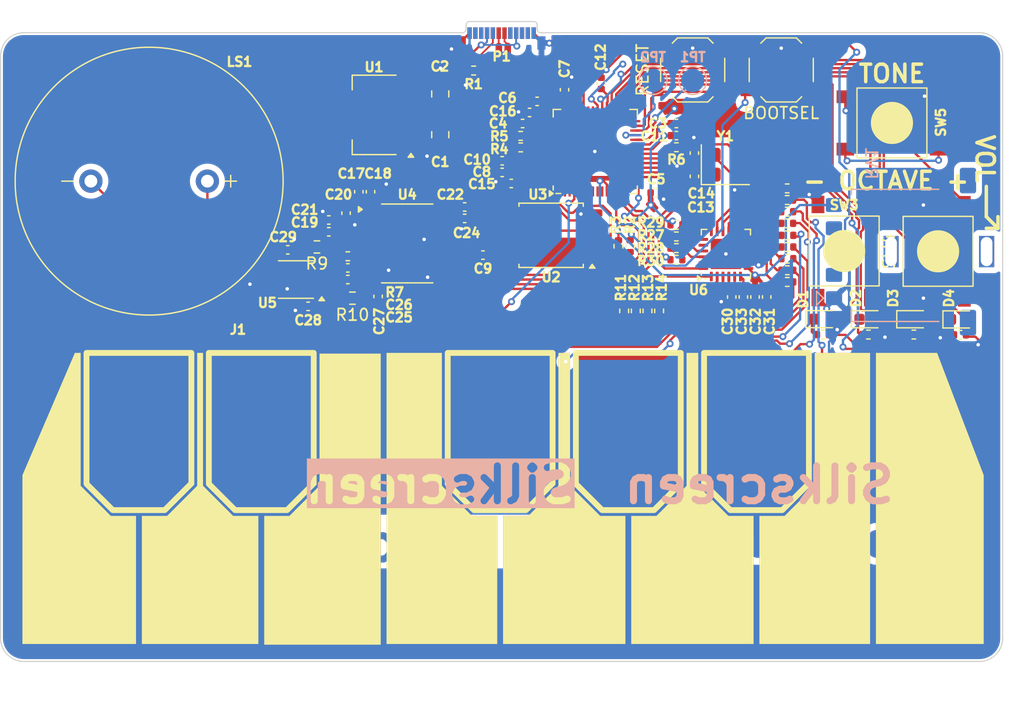
<source format=kicad_pcb>
(kicad_pcb (version 20241229) (generator "pcbnew") (generator_version "9.0")
  (layers (0 "F.Cu" signal) (2 "B.Cu" signal) (13 "F.Paste" user) (15 "B.Paste" user) (5 "F.SilkS" user "F.Silkscreen") (7 "B.SilkS" user "B.Silkscreen") (1 "F.Mask" user) (3 "B.Mask" user) (25 "Edge.Cuts" user))
  (net 0 "")
  (net 1 "GND")
  (net 2 "VBUS")
  (net 3 "/MCU/XIN")
  (net 4 "+3V3")
  (net 5 "+1V1")
  (net 11 "/CC")
  (net 14 "/D-")
  (net 15 "/D+")
  (net 20 "/MCU/QSPI_SS")
  (net 21 "/MCU/~{USB_BOOT}")
  (net 22 "Net-(U3-USB_DP)")
  (net 23 "Net-(U3-USB_DM)")
  (net 24 "/MCU/XOUT")
  (net 25 "/MCU/QSPI_SD3")
  (net 26 "/MCU/QSPI_SD2")
  (net 27 "/MCU/QSPI_SD0")
  (net 28 "/MCU/QSPI_SCLK")
  (net 29 "/MCU/QSPI_SD1")
  (net 32 "/MCU/SWD")
  (net 33 "/MCU/RUN")
  (net 38 "/MCU/POT_VOL")
  (net 44 "/MCU/SWCLK")
  (net 45 "/MCU/BTN_OCT_DOWN")
  (net 48 "/MCU/BTN_OCT_UP")
  (net 49 "Net-(C14-Pad1)")
  (net 50 "Net-(U4-VNEG)")
  (net 51 "Net-(U4-CAPM)")
  (net 52 "Net-(U4-CAPP)")
  (net 53 "Net-(U4-LDOO)")
  (net 54 "/Audio/DAC_OUT_L")
  (net 55 "Net-(C26-Pad2)")
  (net 56 "Net-(C27-Pad1)")
  (net 57 "Net-(U5-BYPASS)")
  (net 58 "/MCU/BTN_TONE_SEL")
  (net 59 "Net-(U6-CMOD)")
  (net 60 "Net-(U6-VCC)")
  (net 61 "/Touch/CS8")
  (net 62 "/Touch/CS0")
  (net 63 "/Touch/CS2")
  (net 64 "/Touch/CS10")
  (net 65 "/Touch/CS11")
  (net 66 "/Touch/CS3")
  (net 67 "/Touch/CS12")
  (net 68 "/Touch/CS9")
  (net 69 "/Touch/CS13")
  (net 70 "/Touch/CS1")
  (net 71 "Net-(U4-OUTL)")
  (net 72 "Net-(U5-IN-)")
  (net 73 "Net-(U5-IN+)")
  (net 74 "Net-(J1-Pin_6)")
  (net 75 "Net-(J1-Pin_5)")
  (net 76 "Net-(J1-Pin_12)")
  (net 77 "Net-(J1-Pin_1)")
  (net 78 "Net-(J1-Pin_13)")
  (net 79 "/Touch/CS4")
  (net 80 "Net-(J1-Pin_3)")
  (net 81 "/Touch/CS5")
  (net 82 "/Touch/CS6")
  (net 83 "Net-(J1-Pin_10)")
  (net 84 "Net-(J1-Pin_9)")
  (net 85 "/Touch/CS7")
  (net 86 "Net-(J1-Pin_4)")
  (net 87 "Net-(J1-Pin_8)")
  (net 88 "Net-(J1-Pin_11)")
  (net 89 "Net-(J1-Pin_7)")
  (net 90 "Net-(J1-Pin_2)")
  (net 91 "/Touch/SDA")
  (net 92 "Net-(U6-SDA)")
  (net 93 "Net-(U6-SCL)")
  (net 94 "/Touch/SCL")
  (net 95 "/Audio/LRCK")
  (net 96 "/Audio/XSMT")
  (net 97 "/Audio/DIN")
  (net 98 "/Audio/BCK")
  (net 99 "/Audio/SCK")
  (net 100 "/Audio/SPK_OUT-")
  (net 101 "/Audio/SHUTDOWN_N")
  (net 102 "/Audio/SPK_OUT+")
  (net 103 "/Touch/RST_N")
  (net 104 "/Touch/HI_N")
  (net 105 "/Touch/CS15")
  (net 106 "/Touch/CS14")
  (net 107 "unconnected-(U3-GPIO23-Pad35)")
  (net 108 "/LED_OCT0")
  (net 109 "Net-(D1-K)")
  (net 110 "Net-(D2-K)")
  (net 111 "/LED_OCT1")
  (net 112 "Net-(D3-K)")
  (net 113 "/LED_OCT2")
  (net 114 "/LED_OCT3")
  (net 115 "Net-(D4-K)")
  (footprint "Resistor_SMD:R_0402_1005Metric" (layer "F.Cu") (at 151.640001 79.81)
    (property "Reference" "R4")
    (property "Value" "27")
  )
  (footprint "Capacitor_SMD:C_0402_1005Metric" (layer "F.Cu") (at 136.65 85.46 -90)
    (property "Reference" "C20")
    (property "Value" "2.2u")
  )
  (footprint "Capacitor_SMD:C_0402_1005Metric" (layer "F.Cu") (at 148.4 89.06 180)
    (property "Reference" "C9")
    (property "Value" "100n")
  )
  (footprint "Resistor_SMD:R_0402_1005Metric_Pad0.72x0.64mm_HandSolder" (layer "F.Cu") (at 147.6 73.21 180)
    (property "Reference" "R1")
    (property "Value" "5.1k")
  )
  (footprint "Resistor_SMD:R_0402_1005Metric" (layer "F.Cu") (at 174.519824 91.364861 180)
    (property "Reference" "R15" (hide yes))
    (property "Value" "560")
  )
  (footprint "Package_SO:SOIC-8_5.3x5.3mm_P1.27mm" (layer "F.Cu") (at 154.25 87.36 180)
    (property "Reference" "U2")
    (property "Value" "W25Q128JVS")
  )
  (footprint "Resistor_SMD:R_0402_1005Metric" (layer "F.Cu") (at 136.8 89.16 180)
    (property "Reference" "R7")
    (property "Value" "470")
  )
  (footprint "Capacitor_SMD:C_0402_1005Metric" (layer "F.Cu") (at 131.65 88.61)
    (property "Reference" "C29")
    (property "Value" "1u")
  )
  (footprint "Capacitor_SMD:C_0402_1005Metric" (layer "F.Cu") (at 172.75 92.66 -90)
    (property "Reference" "C31")
    (property "Value" "1u")
  )
  (footprint "LED_SMD:LED_0603_1608Metric" (layer "F.Cu") (at 177.6 94.56)
    (property "Reference" "D1")
    (property "Value" "RED")
  )
  (footprint "Resistor_SMD:R_0603_1608Metric" (layer "F.Cu") (at 134.15 88.36 180)
    (property "Reference" "R9")
    (property "Value" "40k")
  )
  (footprint "Resistor_SMD:R_0402_1005Metric" (layer "F.Cu") (at 165 86.46)
    (property "Reference" "R29")
    (property "Value" "4.7k")
  )
  (footprint "Capacitor_SMD:C_0402_1005Metric" (layer "F.Cu") (at 171.75 92.66 -90)
    (property "Reference" "C32")
    (property "Value" "100n")
  )
  (footprint "Capacitor_SMD:C_0402_1005Metric" (layer "F.Cu") (at 136.8 90.16 180)
    (property "Reference" "C26")
    (property "Value" "0.22u")
  )
  (footprint "Capacitor_SMD:C_0402_1005Metric" (layer "F.Cu") (at 137.749104 83.619178 90)
    (property "Reference" "C17")
    (property "Value" "100n")
  )
  (footprint "Resistor_SMD:R_0402_1005Metric" (layer "F.Cu") (at 174.509587 86.331619 180)
    (property "Reference" "R20" (hide yes))
    (property "Value" "560")
  )
  (footprint "Resistor_SMD:R_0402_1005Metric" (layer "F.Cu") (at 174.509587 84.331618 180)
    (property "Reference" "R22" (hide yes))
    (property "Value" "560")
  )
  (footprint "Capacitor_SMD:C_0402_1005Metric" (layer "F.Cu") (at 150.05 81.96 180)
    (property "Reference" "C8")
    (property "Value" "100n")
  )
  (footprint "LED_SMD:LED_0603_1608Metric" (layer "F.Cu") (at 181.5 94.57)
    (property "Reference" "D2")
    (property "Value" "RED")
  )
  (footprint "Capacitor_SMD:C_0402_1005Metric" (layer "F.Cu") (at 165 77.76)
    (property "Reference" "C3")
    (property "Value" "100n")
  )
  (footprint "Resistor_SMD:R_0402_1005Metric" (layer "F.Cu") (at 189.341489 95.909416)
    (property "Reference" "R31" (hide yes))
    (property "Value" "100")
  )
  (footprint "Capacitor_SMD:C_0402_1005Metric" (layer "F.Cu") (at 136.8 91.16)
    (property "Reference" "C25")
    (property "Value" "2.2n")
  )
  (footprint "Resistor_SMD:R_0402_1005Metric" (layer "F.Cu") (at 160.028475 88.300001 -90)
    (property "Reference" "R3")
    (property "Value" "0")
  )
  (footprint "LED_SMD:LED_0603_1608Metric" (layer "F.Cu") (at 189.361489 94.584416)
    (property "Reference" "D4")
    (property "Value" "RED")
  )
  (footprint "Resistor_SMD:R_0402_1005Metric" (layer "F.Cu") (at 174.524826 87.364861 180)
    (property "Reference" "R19" (hide yes))
    (property "Value" "560")
  )
  (footprint "artsfest-audio:Speaker_INGHAI_GSPK2307P-8R1W" (layer "F.Cu") (at 119.75 82.71 180)
    (property "Reference" "LS1")
    (property "Value" "Speaker")
  )
  (footprint "Capacitor_SMD:C_0402_1005Metric" (layer "F.Cu") (at 146.83 84.925)
    (property "Reference" "C22")
    (property "Value" "10u")
  )
  (footprint "Resistor_SMD:R_0402_1005Metric" (layer "F.Cu") (at 174.509587 83.331619 180)
    (property "Reference" "R23" (hide yes))
    (property "Value" "560")
  )
  (footprint "Resistor_SMD:R_0402_1005Metric" (layer "F.Cu") (at 163.518503 93.852197 90)
    (property "Reference" "R14")
    (property "Value" "560")
  )
  (footprint "Resistor_SMD:R_0402_1005Metric" (layer "F.Cu") (at 160.518503 93.852197 90)
    (property "Reference" "R11")
    (property "Value" "560")
  )
  (footprint "Capacitor_SMD:C_0402_1005Metric" (layer "F.Cu") (at 158.55 74.31 90)
    (property "Reference" "C12")
    (property "Value" "100n")
  )
  (footprint "Capacitor_SMD:C_0805_2012Metric" (layer "F.Cu") (at 144.736031 78.717902 -90)
    (property "Reference" "C2")
    (property "Value" "10u")
  )
  (footprint "Capacitor_SMD:C_0402_1005Metric" (layer "F.Cu") (at 135.170001 86.045 180)
    (property "Reference" "C21")
    (property "Value" "100n")
  )
  (footprint "Capacitor_SMD:C_0402_1005Metric" (layer "F.Cu") (at 138.749104 83.619178 90)
    (property "Reference" "C18")
    (property "Value" "10u")
  )
  (footprint "Capacitor_SMD:C_0402_1005Metric" (layer "F.Cu") (at 165 78.7975)
    (property "Reference" "C11")
    (property "Value" "100n")
  )
  (footprint "Resistor_SMD:R_0402_1005Metric" (layer "F.Cu") (at 165 79.797499 180)
    (property "Reference" "R6")
    (property "Value" "1k")
  )
  (footprint "Capacitor_SMD:C_0402_1005Metric" (layer "F.Cu") (at 155.4 74.86 90)
    (property "Reference" "C7")
    (property "Value" "100n")
  )
  (footprint "Button_Switch_SMD:SW_Push_1P1T_XKB_TS-1187A" (layer "F.Cu") (at 174 73.16)
    (property "Reference" "SW1" (hide yes))
    (property "Value" "BOOTSEL")
  )
  (footprint "Resistor_SMD:R_0402_1005Metric" (layer "F.Cu") (at 174.524826 90.364861 180)
    (property "Reference" "R16" (hide yes))
    (property "Value" "560")
  )
  (footprint "Resistor_SMD:R_0402_1005Metric" (layer "F.Cu") (at 181.48 95.885)
    (property "Reference" "R25" (hide yes))
    (property "Value" "100")
  )
  (footprint "Capacitor_SMD:C_0402_1005Metric" (layer "F.Cu") (at 150.83 82.91 180)
    (property "Reference" "C15")
    (property "Value" "1u")
  )
  (footprint "Capacitor_SMD:C_0402_1005Metric" (layer "F.Cu") (at 150.05 80.96 180)
    (property "Reference" "C10")
    (property "Value" "100n")
  )
  (footprint "Resistor_SMD:R_0603_1608Metric" (layer "F.Cu") (at 137.2 92.76 180)
    (property "Reference" "R10")
    (property "Value" "40k")
  )
  (footprint "Package_DFN_QFN:QFN-56-1EP_7x7mm_P0.4mm_EP3.2x3.2mm" (layer "F.Cu") (at 158.0375 80.16 90)
    (property "Reference" "U3")
    (property "Value" "RP2040")
  )
  (footprint "Package_SO:TSSOP-20_4.4x6.5mm_P0.65mm" (layer "F.Cu") (at 141.9 88.06)
    (property "Reference" "U4")
    (property "Value" "PCM5100A")
  )
  (footprint "Capacitor_SMD:C_0402_1005Metric" (layer "F.Cu") (at 135.17 87.06 180)
    (property "Reference" "C19")
    (property "Value" "10u")
  )
  (footprint "Connector_USB:USB_C_Plug_Molex_105444" (layer "F.Cu") (at 150 69.96)
    (property "Reference" "P1")
    (property "Value" "USB_C_Plug")
    (fp_line (start -3.35 0) (end -4.3 0) (stroke (width 0.1)) (layer "Edge.Cuts"))
    (fp_line (start -3.05 -0.66) (end -3.05 -0.3) (stroke (width 0.1)) (layer "Edge.Cuts"))
    (fp_line (start -2.75 -0.96) (end 2.75 -0.96) (stroke (width 0.1)) (layer "Edge.Cuts"))
    (fp_line (start 3.05 -0.66) (end 3.05 -0.3) (stroke (width 0.1)) (layer "Edge.Cuts"))
    (fp_line (start 3.35 0) (end 4.3 0) (stroke (width 0.1)) (layer "Edge.Cuts"))
    (fp_arc (start -3.05 -0.66) (mid -2.962132 -0.872132) (end -2.75 -0.96) (stroke (width 0.1)) (layer "Edge.Cuts"))
    (fp_arc (start -3.05 -0.3) (mid -3.137868 -0.087868) (end -3.35 0) (stroke (width 0.1)) (layer "Edge.Cuts"))
    (fp_arc (start 2.75 -0.96) (mid 2.962132 -0.872132) (end 3.05 -0.66) (stroke (width 0.1)) (layer "Edge.Cuts"))
    (fp_arc (start 3.35 0) (mid 3.137868 -0.087868) (end 3.05 -0.3) (stroke (width 0.1)) (layer "Edge.Cuts"))
  )
  (footprint "artsfest-touch:CapPad_13Pad_Piano" (layer "F.Cu") (at 108.875 122.46)
    (property "Reference" "J1")
    (property "Value" "Piano pads" (hide yes))
  )
  (footprint "Capacitor_SMD:C_0402_1005Metric" (layer "F.Cu") (at 139.4 92.61 90)
    (property "Reference" "C27")
    (property "Value" "0.22u")
  )
  (footprint "Package_TO_SOT_SMD:SOT-223-3_TabPin2" (layer "F.Cu") (at 139.086032 77.017903 180)
    (property "Reference" "U1")
    (property "Value" "NCP1117-3.3_SOT223")
  )
  (footprint "Resistor_SMD:R_0402_1005Metric" (layer "F.Cu") (at 162.518503 93.852197 90)
    (property "Reference" "R13")
    (property "Value" "560")
  )
  (footprint "Capacitor_SMD:C_0402_1005Metric" (layer "F.Cu") (at 146.83 85.91)
    (property "Reference" "C24")
    (property "Value" "100n")
  )
  (footprint "Button_Switch_SMD:SW_Push_1P1T_XKB_TS-1187A" (layer "F.Cu") (at 166.4 73.16)
    (property "Reference" "SW2" (hide yes))
    (property "Value" "RESET")
  )
  (footprint "Resistor_SMD:R_0402_1005Metric" (layer "F.Cu") (at 174.524826 88.36486 180)
    (property "Reference" "R18" (hide yes))
    (property "Value" "560")
  )
  (footprint "Capacitor_SMD:C_0402_1005Metric" (layer "F.Cu") (at 169.75 92.66 -90)
    (property "Reference" "C30")
    (property "Value" "2.2n")
  )
  (footprint "Resistor_SMD:R_0402_1005Metric" (layer "F.Cu") (at 165 89.46)
    (property "Reference" "R30")
    (property "Value" "4.7k")
  )
  (footprint "Crystal:Crystal_SMD_3225-4Pin_3.2x2.5mm" (layer "F.Cu") (at 169.20017 81.297499)
    (property "Reference" "Y1")
    (property "Value" "ABM8-272-T3")
  )
  (footprint "Resistor_SMD:R_0402_1005Metric" (layer "F.Cu") (at 161.028475 88.290001 90)
    (property "Reference" "R2")
    (property "Value" "1k")
  )
  (footprint "LED_SMD:LED_0603_1608Metric" (layer "F.Cu") (at 185.4 94.57)
    (property "Reference" "D3")
    (property "Value" "RED")
  )
  (footprint "Capacitor_SMD:C_0402_1005Metric" (layer "F.Cu") (at 163.27 83.71)
    (property "Reference" "C5")
    (property "Value" "100n")
  )
  (footprint "artsfest-touch:SW_Push_1P1T_BZCN_TSD003_6.0x6.0mm" (layer "F.Cu") (at 183.5 77.71)
    (property "Reference" "SW5")
    (property "Value" "TONE_SEL")
  )
  (footprint "Capacitor_SMD:C_0402_1005Metric" (layer "F.Cu") (at 166.546618 80.2975 -90)
    (property "Reference" "C14")
    (property "Value" "15p")
  )
  (footprint "Resistor_SMD:R_0402_1005Metric" (layer "F.Cu") (at 165 87.46 180)
    (property "Reference" "R27")
    (property "Value" "330")
  )
  (footprint "Resistor_SMD:R_0402_1005Metric" (layer "F.Cu") (at 165 88.46 180)
    (property "Reference" "R28")
    (property "Value" "330")
  )
  (footprint "Package_SO:VSSOP-8_3x3mm_P0.65mm" (layer "F.Cu") (at 132.35 91.16 180)
    (property "Reference" "U5")
    (property "Value" "TPA6211A1DGN")
  )
  (footprint "Capacitor_SMD:C_0402_1005Metric" (layer "F.Cu") (at 153.05 75.86 180)
    (property "Reference" "C6")
    (property "Value" "100n")
  )
  (footprint "Resistor_SMD:R_0402_1005Metric" (layer "F.Cu") (at 177.58 95.885)
    (property "Reference" "R24" (hide yes))
    (property "Value" "100")
  )
  (footprint "Capacitor_SMD:C_0402_1005Metric" (layer "F.Cu") (at 166.546618 82.2975 90)
    (property "Reference" "C13")
    (property "Value" "15p")
  )
  (footprint "artsfest-touch:SW_Push_1P1T_BZCN_TSD003_6.0x6.0mm" (layer "F.Cu") (at 179.4 88.71 90)
    (property "Reference" "SW3")
    (property "Value" "OCT_DOWN")
  )
  (footprint "Capacitor_SMD:C_0805_2012Metric" (layer "F.Cu") (at 144.736031 75.217902 90)
    (property "Reference" "C1")
    (property "Value" "10u")
  )
  (footprint "Capacitor_SMD:C_0402_1005Metric" (layer "F.Cu") (at 133.4 93.46 180)
    (property "Reference" "C28")
    (property "Value" "0.22u")
  )
  (footprint "Capacitor_SMD:C_0402_1005Metric" (layer "F.Cu") (at 152.4 76.81 180)
    (property "Reference" "C16")
    (property "Value" "1u")
  )
  (footprint "artsfest-touch:SW_Push_1P1T_BZCN_TSD003_6.0x6.0mm" (layer "F.Cu") (at 187.461489 88.734416 90)
    (property "Reference" "SW4")
    (property "Value" "OCT_UP")
  )
  (footprint "Resistor_SMD:R_0402_1005Metric" (layer "F.Cu") (at 174.509587 85.331619 180)
    (property "Reference" "R21" (hide yes))
    (property "Value" "560")
  )
  (footprint "Package_DFN_QFN:QFN-24-1EP_4x4mm_P0.5mm_EP2.6x2.6mm" (layer "F.Cu") (at 169.25 88.96 90)
    (property "Reference" "U6")
    (property "Value" "CY8CMBR3116")
  )
  (footprint "Resistor_SMD:R_0402_1005Metric" (layer "F.Cu") (at 185.38 95.885)
    (property "Reference" "R26" (hide yes))
    (property "Value" "100")
  )
  (footprint "Capacitor_SMD:C_0402_1005Metric" (layer "F.Cu") (at 170.75 92.66 -90)
    (property "Reference" "C33")
    (property "Value" "100n")
  )
  (footprint "Capacitor_SMD:C_0402_1005Metric" (layer "F.Cu") (at 151.8 77.76 180)
    (property "Reference" "C4")
    (property "Value" "100n")
  )
  (footprint "Resistor_SMD:R_0402_1005Metric" (layer "F.Cu") (at 161.518503 93.852197 90)
    (property "Reference" "R12")
    (property "Value" "560")
  )
  (footprint "Resistor_SMD:R_0402_1005Metric" (layer "F.Cu") (at 151.635001 78.8225)
    (property "Reference" "R5")
    (property "Value" "27")
  )
  (footprint "Resistor_SMD:R_0402_1005Metric" (layer "F.Cu") (at 174.524826 89.36486 180)
    (property "Reference" "R17" (hide yes))
    (property "Value" "560")
  )
  (footprint "artsfest-touch:Potentiometer_SMD_Alps_RK10J1xR" (layer "B.Cu") (at 187.525 88.76 90)
    (property "Reference" "RV1")
    (property "Value" "R_Potentiometer")
  )
  (footprint "TestPoint:TestPoint_Pad_D2.0mm" (layer "B.Cu") (at 163 74.06 180)
    (property "Reference" "TP2")
    (property "Value" "SWDIO")
  )
  (footprint "TestPoint:TestPoint_Pad_D2.0mm" (layer "B.Cu") (at 166.4 74.06 180)
    (property "Reference" "TP1")
    (property "Value" "SWCLK")
  )
  (gr_line (start 191.6 85.76) (end 192.6 86.76) (stroke (width 0.3)) (layer "F.SilkS"))
  (gr_line (start 192.6 86.76) (end 191.6 86.76) (stroke (width 0.3)) (layer "F.SilkS"))
  (gr_line (start 192.6 86.76) (end 192.6 85.76) (stroke (width 0.3)) (layer "F.SilkS"))
  (gr_line (start 191.6 83.16) (end 191.6 85.76) (stroke (width 0.3)) (layer "F.SilkS"))
  (gr_line (start 191 123.96) (end 109 123.96) (stroke (width 0.1)) (layer "Edge.Cuts"))
  (gr_arc (start 109 123.96) (mid 107.585786 123.374214) (end 107 121.96) (stroke (width 0.1)) (layer "Edge.Cuts"))
  (gr_line (start 109 69.96) (end 145.7 69.96) (stroke (width 0.1)) (layer "Edge.Cuts"))
  (gr_arc (start 191 69.96) (mid 192.414214 70.545786) (end 193 71.96) (stroke (width 0.1)) (layer "Edge.Cuts"))
  (gr_line (start 193 71.96) (end 193 121.96) (stroke (width 0.1)) (layer "Edge.Cuts"))
  (gr_arc (start 107 71.96) (mid 107.585786 70.545786) (end 109 69.96) (stroke (width 0.1)) (layer "Edge.Cuts"))
  (gr_line (start 107 121.96) (end 107 71.96) (stroke (width 0.1)) (layer "Edge.Cuts"))
  (gr_arc (start 193 121.96) (mid 192.414214 123.374214) (end 191 123.96) (stroke (width 0.1)) (layer "Edge.Cuts"))
  (gr_line (start 154.3 69.96) (end 191 69.96) (stroke (width 0.1)) (layer "Edge.Cuts"))
  (gr_text "Cu cutout" (at 184.29 115.76 0) (layer "B.Cu" knockout) (effects (font (size 3 3) (thickness 0.6) (bold yes)) (justify left bottom mirror)))
  (gr_text "Cu cutout" (at 156.4 115.56 0) (layer "B.Cu") (effects (font (size 3 3) (thickness 0.6) (bold yes)) (justify left bottom mirror)))
  (gr_text "VOL" (at 190.6 78.56 270) (layer "F.SilkS") (effects (font (size 1.5 1.5) (thickness 0.3) (bold yes)) (justify left bottom)))
  (gr_text "TONE" (at 183.5 74.36 0) (layer "F.SilkS") (effects (font (size 1.5 1.5) (thickness 0.3) (bold yes)) (justify bottom)))
  (gr_text "- OCTAVE +" (at 183 83.56 0) (layer "F.SilkS") (effects (font (size 1.5 1.5) (thickness 0.3) (bold yes)) (justify bottom)))
  (gr_text "Silkscreen" (at 156.6 110.56 0) (layer "B.SilkS" knockout) (effects (font (size 3 3) (thickness 0.6) (bold yes)) (justify left bottom mirror)))
  (gr_text "Silkscreen" (at 184 110.56 0) (layer "B.SilkS") (effects (font (size 3 3) (thickness 0.6) (bold yes)) (justify left bottom mirror)))
  (segment (start 157.8375 85.455) (end 156.882817 85.455) (width 0.2) (layer "F.Cu") (net 1))
  (segment (start 130.2375 91.485) (end 128.475 91.485) (width 0.2) (layer "F.Cu") (net 1))
  (segment (start 165.48 77.76) (end 165.0725 78.1675) (width 0.2) (layer "F.Cu") (net 1))
  (segment (start 144.7375 90.96) (end 144.7625 90.985) (width 0.2) (layer "F.Cu") (net 1))
  (segment (start 147.8 89.06) (end 146.55 87.81) (width 0.15) (layer "F.Cu") (net 1))
  (segment (start 149.57 82.69) (end 149.5 82.76) (width 0.2) (layer "F.Cu") (net 1))
  (segment (start 181.969363 96.077505) (end 182.867505 96.077505) (width 0.2) (layer "F.Cu") (net 1))
  (segment (start 139.0375 90.335) (end 139.0375 90.985) (width 0.15) (layer "F.Cu") (net 1))
  (segment (start 185.211489 84.734416) (end 185.235905 84.71) (width 0.2) (layer "F.Cu") (net 1))
  (segment (start 170.30017 82.147499) (end 169.80017 82.147499) (width 0.2) (layer "F.Cu") (net 1))
  (segment (start 147.31 84.925) (end 147.31 85.91) (width 0.15) (layer "F.Cu") (net 1))
  (segment (start 160.826471 71.285) (end 158.975735 73.135735) (width 0.2) (layer "F.Cu") (net 1))
  (segment (start 156.882817 85.455) (end 156.806817 85.531) (width 0.2) (layer "F.Cu") (net 1))
  (segment (start 168.10017 80.447499) (end 166.876619 80.447499) (width 0.2) (layer "F.Cu") (net 1))
  (segment (start 144.736031 74.267903) (end 144.736031 73.023969) (width 0.2) (layer "F.Cu") (net 1))
  (segment (start 176.4 83.858478) (end 176.4 83.96) (width 0.2) (layer "F.Cu") (net 1))
  (segment (start 165.6375 78.7975) (end 165.48 78.7975) (width 0.2) (layer "F.Cu") (net 1))
  (segment (start 140.3 90.36) (end 139.0625 90.36) (width 0.15) (layer "F.Cu") (net 1))
  (segment (start 179.509999 95.91) (end 180.280999 96.681) (width 0.2) (layer "F.Cu") (net 1))
  (segment (start 170.30017 82.147499) (end 170.30017 83.15983) (width 0.2) (layer "F.Cu") (net 1))
  (segment (start 139.920822 83.139178) (end 140.1 82.96) (width 0.2) (layer "F.Cu") (net 1))
  (segment (start 151.32 77.41) (end 151.92 76.81) (width 0.15) (layer "F.Cu") (net 1))
  (segment (start 146.58 70.67) (end 147.25 70) (width 0.2) (layer "F.Cu") (net 1))
  (segment (start 139.4 91.3475) (end 139.0375 90.985) (width 0.2) (layer "F.Cu") (net 1))
  (segment (start 146.55 86.81) (end 146.55 86.67) (width 0.15) (layer "F.Cu") (net 1))
  (segment (start 147.0025 74.3575) (end 146.9 74.46) (width 0.2) (layer "F.Cu") (net 1))
  (segment (start 166.5 78.96) (end 165.8 78.96) (width 0.2) (layer "F.Cu") (net 1))
  (segment (start 158.0375 80.16) (end 158 80.16) (width 0.2) (layer "F.Cu") (net 1))
  (segment (start 132.48 88.08) (end 132.48 88.26) (width 0.2) (layer "F.Cu") (net 1))
  (segment (start 170.30017 83.15983) (end 170 83.46) (width 0.2) (layer "F.Cu") (net 1))
  (segment (start 169.75 93.14) (end 168.93 93.14) (width 0.2) (layer "F.Cu") (net 1))
  (segment (start 151.92 76.51) (end 152.57 75.86) (width 0.15) (layer "F.Cu") (net 1))
  (segment (start 178.375 95.885) (end 178.8 95.46) (width 0.2) (layer "F.Cu") (net 1))
  (segment (start 143.35 87.71) (end 143.35 86.646196) (width 0.15) (layer "F.Cu") (net 1))
  (segment (start 187.617505 96.192495) (end 187.65 96.16) (width 0.2) (layer "F.Cu") (net 1))
  (segment (start 178.09 95.885) (end 178.375 95.885) (width 0.2) (layer "F.Cu") (net 1))
  (segment (start 156.01 73.77) (end 155.4 74.38) (width 0.2) (layer "F.Cu") (net 1))
  (segment (start 134.69 87.06) (end 134.690001 86.045) (width 0.2) (layer "F.Cu") (net 1))
  (segment (start 181.365868 96.681) (end 181.969363 96.077505) (width 0.2) (layer "F.Cu") (net 1))
  (segment (start 146.58 70.84) (end 146.58 70.67) (width 0.2) (layer "F.Cu") (net 1))
  (segment (start 185.211489 92.734416) (end 185.235905 92.71) (width 0.2) (layer "F.Cu") (net 1))
  (segment (start 134.690001 86.045) (end 134.690001 85.350001) (width 0.2) (layer "F.Cu") (net 1))
  (segment (start 158.55 73.83) (end 158.55 73.56147) (width 0.2) (layer "F.Cu") (net 1))
  (segment (start 169.4 71.285) (end 171 71.285) (width 0.2) (layer "F.Cu") (net 1))
  (segment (start 154.1 70.86) (end 153.61 70.86) (width 0.2) (layer "F.Cu") (net 1))
  (segment (start 165.0725 78.39) (end 165.48 78.7975) (width 0.2) (layer "F.Cu") (net 1))
  (segment (start 169.75 93.14) (end 172.75 93.14) (width 0.2) (layer "F.Cu") (net 1))
  (segment (start 150.35 82.91) (end 150.35 82.74) (width 0.2) (layer "F.Cu") (net 1))
  (segment (start 146.58 70.84) (end 146.22 70.84) (width 0.2) (layer "F.Cu") (net 1))
  (segment (start 177.15 92.71) (end 177.9 93.46) (width 0.2) (layer "F.Cu") (net 1))
  (segment (start 146.55 86.67) (end 147.31 85.91) (width 0.15) (layer "F.Cu") (net 1))
  (segment (start 139.0375 86.435) (end 137.425 86.435) (width 0.2) (layer "F.Cu") (net 1))
  (segment (start 149.57 81.96) (end 149.57 81.86) (width 0.2) (layer "F.Cu") (net 1))
  (segment (start 143.35 86.646196) (end 144.211196 85.785) (width 0.15) (layer "F.Cu") (net 1))
  (segment (start 144.7625 87.735) (end 143.375 87.735) (width 0.15) (layer "F.Cu") (net 1))
  (segment (start 149.57 81.96) (end 149.57 82.69) (width 0.2) (layer "F.Cu") (net 1))
  (segment (start 186.35 75.46) (end 186.3 75.41) (width 0.2) (layer "F.Cu") (net 1))
  (segment (start 147.92 89.06) (end 147.8 89.06) (width 0.15) (layer "F.Cu") (net 1))
  (segment (start 186.15 92.71) (end 186.2 92.76) (width 0.2) (layer "F.Cu") (net 1))
  (segment (start 132.62 93.76) (end 132.352197 93.76) (width 0.2) (layer "F.Cu") (net 1))
  (segment (start 163.4 71.285) (end 166.4 71.285) (width 0.2) (layer "F.Cu") (net 1))
  (segment (start 146.55 87.81) (end 146.55 86.81) (width 0.15) (layer "F.Cu") (net 1))
  (segment (start 128.475 91.485) (end 128.4 91.56) (width 0.2) (layer "F.Cu") (net 1))
  (segment (start 166.4 71.285) (end 169.4 71.285) (width 0.2) (layer "F.Cu") (net 1))
  (segment (start 186.030637 96.192495) (end 187.617505 96.192495) (width 0.2) (layer "F.Cu") (net 1))
  (segment (start 130.2375 91.485) (end 131.125 91.485) (width 0.2) (layer "F.Cu") (net 1))
  (segment (start 151.32 77.76) (end 151.32 77.41) (width 0.15) (layer "F.Cu") (net 1))
  (segment (start 142.236032 79.317903) (end 142.357903 79.317903) (width 0.2) (layer "F.Cu") (net 1))
  (segment (start 169.80017 82.147499) (end 168.10017 80.447499) (width 0.2) (layer "F.Cu") (net 1))
  (segment (start 144.736031 73.023969) (end 144.75 73.01) (width 0.2) (layer "F.Cu") (net 1))
  (segment (start 158.55 73.56147) (end 158.975735 73.135735) (width 0.2) (layer "F.Cu") (net 1))
  (segment (start 187.5 75.46) (end 186.35 75.46) (width 0.2) (layer "F.Cu") (net 1))
  (segment (start 168.93 93.14) (end 168.85 93.06) (width 0.2) (layer "F.Cu") (net 1))
  (segment (start 163.75 83.71) (end 163.75 84.11) (width 0.2) (layer "F.Cu") (net 1))
  (segment (start 132.2 87.8) (end 132.48 88.08) (width 0.2) (layer "F.Cu") (net 1))
  (segment (start 163.4 71.285) (end 160.826471 71.285) (width 0.2) (layer "F.Cu") (net 1))
  (segment (start 179.5 75.46) (end 179.5 76.61) (width 0.2) (layer "F.Cu") (net 1))
  (segment (start 185.235905 92.71) (end 186.15 92.71) (width 0.2) (layer "F.Cu") (net 1))
  (segment (start 142.357903 79.317903) (end 143.6 80.56) (width 0.2) (layer "F.Cu") (net 1))
  (segment (start 166.876619 80.447499) (end 166.546618 80.7775) (width 0.2) (layer "F.Cu") (net 1))
  (segment (start 137.455 90.985) (end 137.28 91.16) (width 0.15) (layer "F.Cu") (net 1))
  (segment (start 180.280999 96.681) (end 181.365868 96.681) (width 0.2) (layer "F.Cu") (net 1))
  (segment (start 139.4 92.13) (end 139.4 91.3475) (width 0.2) (layer "F.Cu") (net 1))
  (segment (start 163.75 84.11) (end 163.9 84.26) (width 0.2) (layer "F.Cu") (net 1))
  (segment (start 165.0725 78.1675) (end 165.0725 78.39) (width 0.2) (layer "F.Cu") (net 1))
  (segment (start 132.92 93.46) (end 132.62 93.76) (width 0.2) (layer "F.Cu") (net 1))
  (segment (start 132.48 88.26) (end 132.13 88.61) (width 0.2) (layer "F.Cu") (net 1))
  (segment (start 143.65 90.96) (end 144.7375 90.96) (width 0.2) (layer "F.Cu") (net 1))
  (segment (start 132.352197 93.76) (end 132.3 93.812197) (width 0.2) (layer "F.Cu") (net 1))
  (segment (start 185.235905 84.71) (end 186.15 84.71) (width 0.2) (layer "F.Cu") (net 1))
  (segment (start 177.909999 95.91) (end 179.509999 95.91) (width 0.2) (layer "F.Cu") (net 1))
  (segment (start 131.125 91.485) (end 131.6 91.96) (width 0.2) (layer "F.Cu") (net 1))
  (segment (start 137.425 86.435) (end 137.4 86.46) (width 0.2) (layer "F.Cu") (net 1))
  (segment (start 177.9 93.46) (end 177.9 93.66) (width 0.2) (layer "F.Cu") (net 1))
  (segment (start 151.92 76.81) (end 151.92 76.51) (width 0.15) (layer "F.Cu") (net 1))
  (segment (start 147.0025 73.21) (end 147.0025 74.3575) (width 0.2) (layer "F.Cu") (net 1))
  (segment (start 161.475 81.16) (end 164.800735 81.16) (width 0.2) (layer "F.Cu") (net 1))
  (segment (start 171 71.285) (end 177 71.285) (width 0.2) (layer "F.Cu") (net 1))
  (segment (start 150.35 82.74) (end 149.57 81.96) (width 0.2) (layer "F.Cu") (net 1))
  (segment (start 190.9 96.76) (end 190.9 96.31) (width 0.2) (layer "F.Cu") (net 1))
  (segment (start 153.61 70.86) (end 152.75 70) (width 0.2) (layer "F.Cu") (net 1))
  (segment (start 182.867505 96.077505) (end 182.9 96.11) (width 0.2) (layer "F.Cu") (net 1))
  (segment (start 144.211196 85.785) (end 144.7625 85.785) (width 0.15) (layer "F.Cu") (net 1))
  (segment (start 165.8 78.96) (end 165.6375 78.7975) (width 0.2) (layer "F.Cu") (net 1))
  (segment (start 139.0375 90.985) (end 137.455 90.985) (width 0.15) (layer "F.Cu") (net 1))
  (segment (start 176.4 83.96) (end 177.15 84.71) (width 0.2) (layer "F.Cu") (net 1))
  (segment (start 134.690001 85.350001) (end 134.65 85.31) (width 0.2) (layer "F.Cu") (net 1))
  (segment (start 190.66 96.07) (end 189.8475 96.07) (width 0.2) (layer "F.Cu") (net 1))
  (segment (start 151.5 76.81) (end 151.45 76.76) (width 0.15) (layer "F.Cu") (net 1))
  (segment (start 149.57 80.96) (end 149.57 81.96) (width 0.2) (layer "F.Cu") (net 1))
  (segment (start 138.749104 83.139178) (end 139.920822 83.139178) (width 0.2) (layer "F.Cu") (net 1))
  (segment (start 171.187499 89.71) (end 171.85147 89.71) (width 0.2) (layer "F.Cu") (net 1))
  (segment (start 164.800735 81.16) (end 165.05 81.409265) (width 0.2) (layer "F.Cu") (net 1))
  (segment (start 139.0625 90.36) (end 139.0375 90.335) (width 0.15) (layer "F.Cu") (net 1))
  (segment (start 151.92 76.81) (end 151.5 76.81) (width 0.15) (layer "F.Cu") (net 1))
  (segment (start 190.9 96.31) (end 190.66 96.07) (width 0.2) (layer "F.Cu") (net 1))
  (segment (start 143.375 87.735) (end 143.35 87.71) (width 0.15) (layer "F.Cu") (net 1))
  (segment (start 171.85147 89.71) (end 172.050735 89.909265) (width 0.2) (layer "F.Cu") (net 1))
  (segment (start 144.736031 79.667901) (end 143.843932 80.56) (width 0.2) (layer "F.Cu") (net 1))
  (segment (start 138.749104 83.139178) (end 137.749104 83.139178) (width 0.2) (layer "F.Cu") (net 1))
  (segment (start 143.843932 80.56) (end 143.6 80.56) (width 0.2) (layer "F.Cu") (net 1))
  (segment (start 166.546618 80.7775) (end 166.546618 81.8175) (width 0.2) (layer "F.Cu") (net 1))
  (segment (start 132.2 87.71) (end 132.2 87.8) (width 0.2) (layer "F.Cu") (net 1))
  (segment (start 179.5 76.61) (end 179.55 76.66) (width 0.2) (layer "F.Cu") (net 1))
  (segment (start 146.22 70.84) (end 145.7 71.36) (width 0.2) (layer "F.Cu") (net 1))
  (segment (start 186.15 84.71) (end 186.2 84.76) (width 0.2) (layer "F.Cu") (net 1))
  (via (at 131.6 91.96) (size 0.6) (drill 0.3) (layers "F.Cu" "B.Cu") (net 1))
  (via (at 145.7 71.36) (size 0.6) (drill 0.3) (layers "F.Cu" "B.Cu") (net 1))
  (via (at 128.4 91.56) (size 0.6) (drill 0.3) (layers "F.Cu" "B.Cu") (net 1))
  (via (at 186.3 75.41) (size 0.6) (drill 0.3) (layers "F.Cu" "B.Cu") (net 1))
  (via (at 182.9 96.11) (size 0.6) (drill 0.3) (layers "F.Cu" "B.Cu") (net 1))
  (via (at 156.01 73.77) (size 0.6) (drill 0.3) (layers "F.Cu" "B.Cu") (net 1))
  (via (at 169.25 88.96) (size 0.6) (drill 0.3) (layers "F.Cu" "B.Cu") (net 1))
  (via (at 179.55 76.66) (size 0.6) (drill 0.3) (layers "F.Cu" "B.Cu") (net 1))
  (via (at 172.050735 89.909265) (size 0.6) (drill 0.3) (layers "F.Cu" "B.Cu") (net 1))
  (via (at 163.9 84.26) (size 0.6) (drill 0.3) (layers "F.Cu" "B.Cu") (net 1))
  (via (at 137.4 86.46) (size 0.6) (drill 0.3) (layers "F.Cu" "B.Cu") (net 1))
  (via (at 176.4 83.858478) (size 0.6) (drill 0.3) (layers "F.Cu" "B.Cu") (net 1))
  (via (at 146.55 86.81) (size 0.6) (drill 0.3) (layers "F.Cu" "B.Cu") (net 1))
  (via (at 149.5 82.76) (size 0.6) (drill 0.3) (layers "F.Cu" "B.Cu") (net 1))
  (via (at 174 71.285) (size 0.6) (drill 0.3) (layers "F.Cu" "B.Cu") (net 1))
  (via (at 154.1 70.86) (size 0.6) (drill 0.3) (layers "F.Cu" "B.Cu") (net 1))
  (via (at 186.2 84.76) (size 0.6) (drill 0.3) (layers "F.Cu" "B.Cu") (net 1))
  (via (at 177.9 93.66) (size 0.6) (drill 0.3) (layers "F.Cu" "B.Cu") (net 1))
  (via (at 178.8 95.46) (size 0.6) (drill 0.3) (layers "F.Cu" "B.Cu") (net 1))
  (via (at 158.975735 73.135735) (size 0.6) (drill 0.3) (layers "F.Cu" "B.Cu") (net 1))
  (via (at 143.35 87.71) (size 0.6) (drill 0.3) (layers "F.Cu" "B.Cu") (net 1))
  (via (at 143.65 90.96) (size 0.6) (drill 0.3) (layers "F.Cu" "B.Cu") (net 1))
  (via (at 143.6 80.56) (size 0.6) (drill 0.3) (layers "F.Cu" "B.Cu") (net 1))
  (via (at 166.5 78.96) (size 0.6) (drill 0.3) (layers "F.Cu" "B.Cu") (net 1))
  (via (at 187.65 96.16) (size 0.6) (drill 0.3) (layers "F.Cu" "B.Cu") (net 1))
  (via (at 151.45 76.76) (size 0.6) (drill 0.3) (layers "F.Cu" "B.Cu") (net 1))
  (via (at 186.2 92.76) (size 0.6) (drill 0.3) (layers "F.Cu" "B.Cu") (net 1))
  (via (at 168.85 93.06) (size 0.6) (drill 0.3) (layers "F.Cu" "B.Cu") (net 1))
  (via (at 156.806817 85.531) (size 0.6) (drill 0.3) (layers "F.Cu" "B.Cu") (net 1))
  (via (at 158 80.16) (size 0.6) (drill 0.3) (layers "F.Cu" "B.Cu") (net 1))
  (via (at 170 83.46) (size 0.6) (drill 0.3) (layers "F.Cu" "B.Cu") (net 1))
  (via (at 146.9 74.46) (size 0.6) (drill 0.3) (layers "F.Cu" "B.Cu") (net 1))
  (via (at 144.75 73.01) (size 0.6) (drill 0.3) (layers "F.Cu" "B.Cu") (net 1))
  (via (at 140.1 82.96) (size 0.6) (drill 0.3) (layers "F.Cu" "B.Cu") (net 1))
  (via (at 140.3 90.36) (size 0.6) (drill 0.3) (layers "F.Cu" "B.Cu") (net 1))
  (via (at 190.9 96.76) (size 0.6) (drill 0.3) (layers "F.Cu" "B.Cu") (net 1))
  (via (at 132.2 87.71) (size 0.6) (drill 0.3) (layers "F.Cu" "B.Cu") (net 1))
  (via (at 132.3 93.812197) (size 0.6) (drill 0.3) (layers "F.Cu" "B.Cu") (net 1))
  (via (at 165.05 81.409265) (size 0.6) (drill 0.3) (layers "F.Cu" "B.Cu") (net 1))
  (via (at 134.65 85.31) (size 0.6) (drill 0.3) (layers "F.Cu" "B.Cu") (net 1))
  (via (at 166.4 71.285) (size 0.6) (drill 0.3) (layers "F.Cu" "B.Cu") (net 1))
  (segment (start 178.1 97.56) (end 178.2 97.66) (width 0.2) (layer "B.Cu") (net 1))
  (segment (start 152.75 70) (end 152.75 70.17) (width 0.2) (layer "B.Cu") (net 1))
  (segment (start 178.525 92.76) (end 178.525 93.035) (width 0.2) (layer "B.Cu") (net 1))
  (segment (start 178.7 95.911471) (end 178.1 96.511471) (width 0.2) (layer "B.Cu") (net 1))
  (segment (start 147.25 70) (end 147.25 71.01) (width 0.2) (layer "B.Cu") (net 1))
  (segment (start 178.7 95.46) (end 178.7 95.911471) (width 0.2) (layer "B.Cu") (net 1))
  (segment (start 178.525 93.035) (end 177.9 93.66) (width 0.2) (layer "B.Cu") (net 1))
  (segment (start 178.8 95.46) (end 178.7 95.46) (width 0.2) (layer "B.Cu") (net 1))
  (segment (start 152.75 70.17) (end 153.42 70.84) (width 0.2) (layer "B.Cu") (net 1))
  (segment (start 178.1 96.511471) (end 178.1 97.56) (width 0.2) (layer "B.Cu") (net 1))
  (segment (start 151.25 71.055304) (end 151.25 70) (width 0.15) (layer "F.Cu") (net 2))
  (segment (start 131.17 89.769792) (end 131.17 78.81459) (width 0.2) (layer "F.Cu") (net 2))
  (segment (start 144.736031 76.167901) (end 143.68603 76.167901) (width 0.2) (layer "F.Cu") (net 2))
  (segment (start 151.304696 71.11) (end 151.25 71.055304) (width 0.15) (layer "F.Cu") (net 2))
  (segment (start 145.776 75.127932) (end 145.776 73.422614) (width 0.2) (layer "F.Cu") (net 2))
  (segment (start 130.2375 90.835) (end 131.349999 90.835) (width 0.2) (layer "F.Cu") (net 2))
  (segment (start 131.17 90.600208) (end 131.301 90.469208) (width 0.2) (layer "F.Cu") (net 2))
  (segment (start 145.776 73.422614) (end 148.189443 71.009171) (width 0.2) (layer "F.Cu") (net 2))
  (segment (start 131.301 89.900792) (end 131.17 89.769792) (width 0.2) (layer "F.Cu") (net 2))
  (segment (start 131.17 90.655001) (end 131.17 90.600208) (width 0.2) (layer "F.Cu") (net 2))
  (segment (start 148.75 70.742) (end 148.482829 71.009171) (width 0.15) (layer "F.Cu") (net 2))
  (segment (start 131.301 90.469208) (end 131.301 89.900792) (width 0.2) (layer "F.Cu") (net 2))
  (segment (start 131.17 78.81459) (end 135.266687 74.717903) (width 0.2) (layer "F.Cu") (net 2))
  (segment (start 143.68603 76.167901) (end 142.236032 74.717903) (width 0.2) (layer "F.Cu") (net 2))
  (segment (start 131.349999 90.835) (end 131.17 90.655001) (width 0.2) (layer "F.Cu") (net 2))
  (segment (start 148.75 70) (end 148.75 70.742) (width 0.15) (layer "F.Cu") (net 2))
  (segment (start 148.482829 71.009171) (end 148.249171 71.009171) (width 0.15) (layer "F.Cu") (net 2))
  (segment (start 148.189443 71.009171) (end 148.249171 71.009171) (width 0.2) (layer "F.Cu") (net 2))
  (segment (start 135.266687 74.717903) (end 142.236032 74.717903) (width 0.2) (layer "F.Cu") (net 2))
  (segment (start 144.736031 76.167901) (end 145.776 75.127932) (width 0.2) (layer "F.Cu") (net 2))
  (via (at 148.249171 71.009171) (size 0.6) (drill 0.3) (layers "F.Cu" "B.Cu") (net 2))
  (via (at 151.304696 71.11) (size 0.6) (drill 0.3) (layers "F.Cu" "B.Cu") (net 2))
  (segment (start 151.203867 71.009171) (end 151.304696 71.11) (width 0.15) (layer "B.Cu") (net 2))
  (segment (start 148.75 70.742) (end 148.482829 71.009171) (width 0.15) (layer "B.Cu") (net 2))
  (segment (start 148.75 70) (end 148.75 70.742) (width 0.15) (layer "B.Cu") (net 2))
  (segment (start 151.25 71.055304) (end 151.304696 71.11) (width 0.15) (layer "B.Cu") (net 2))
  (segment (start 148.249171 71.009171) (end 151.203867 71.009171) (width 0.15) (layer "B.Cu") (net 2))
  (segment (start 151.25 70) (end 151.25 71.055304) (width 0.15) (layer "B.Cu") (net 2))
  (segment (start 148.482829 71.009171) (end 148.249171 71.009171) (width 0.15) (layer "B.Cu") (net 2))
  (segment (start 165.65 81.16) (end 165.250001 80.760001) (width 0.2) (layer "F.Cu") (net 3))
  (segment (start 166.546618 82.7775) (end 166.1175 82.7775) (width 0.2) (layer "F.Cu") (net 3))
  (segment (start 166.1175 82.7775) (end 165.65 82.31) (width 0.2) (layer "F.Cu") (net 3))
  (segment (start 168.10017 82.147499) (end 167.176619 82.147499) (width 0.2) (layer "F.Cu") (net 3))
  (segment (start 165.250001 80.760001) (end 161.475 80.760001) (width 0.2) (layer "F.Cu") (net 3))
  (segment (start 165.65 82.31) (end 165.65 81.16) (width 0.2) (layer "F.Cu") (net 3))
  (segment (start 167.176619 82.147499) (end 166.546618 82.7775) (width 0.2) (layer "F.Cu") (net 3))
  (segment (start 158.7202 82.6802) (end 159.0375 82.9975) (width 0.2) (layer "F.Cu") (net 4))
  (segment (start 159.100003 75.908529) (end 159.100003 75.340003) (width 0.2) (layer "F.Cu") (net 4))
  (segment (start 171.75 91.11) (end 171.749999 91.109999) (width 0.2) (layer "F.Cu") (net 4))
  (segment (start 153.852501 77.56) (end 153.53 77.237499) (width 0.2) (layer "F.Cu") (net 4))
  (segment (start 140.475 89.685) (end 140.875 89.685) (width 0.15) (layer "F.Cu") (net 4))
  (segment (start 160.028475 87.03185) (end 159.95 86.953375) (width 0.2) (layer "F.Cu") (net 4))
  (segment (start 155.4375 75.3775) (end 155.4 75.34) (width 0.2) (layer "F.Cu") (net 4))
  (segment (start 138.749104 84.099178) (end 137.749104 84.099178) (width 0.2) (layer "F.Cu") (net 4))
  (segment (start 154.6 79.559999) (end 155.7 79.56) (width 0.2) (layer "F.Cu") (net 4))
  (segment (start 163.9375 78.7975) (end 163.9375 78.972501) (width 0.2) (layer "F.Cu") (net 4))
  (segment (start 162.8 83.72) (end 162.79 83.71) (width 0.2) (layer "F.Cu") (net 4))
  (segment (start 149.155 89.265) (end 149 89.11) (width 0.15) (layer "F.Cu") (net 4))
  (segment (start 171.75 90.7725) (end 171.75 91.11) (width 0.2) (layer "F.Cu") (net 4))
  (segment (start 155.4375 83.062228) (end 155.619864 82.879864) (width 0.2) (layer "F.Cu") (net 4))
  (segment (start 155.4375 83.5975) (end 155.4375 83.062228) (width 0.2) (layer "F.Cu") (net 4))
  (segment (start 151.0645 81.96) (end 150.53 81.96) (width 0.2) (layer "F.Cu") (net 4))
  (segment (start 154.6 77.960001) (end 155.600001 77.960001) (width 0.2) (layer "F.Cu") (net 4))
  (segment (start 164.49 86.46) (end 164.49 86.11853) (width 0.2) (layer "F.Cu") (net 4))
  (segment (start 138.8425 84.94) (end 139.0375 85.135) (width 0.2) (layer "F.Cu") (net 4))
  (segment (start 162.950001 79.96) (end 161.475 79.96) (width 0.2) (layer "F.Cu") (net 4))
  (segment (start 152.0645 80.96) (end 153.0645 79.96) (width 0.2) (layer "F.Cu") (net 4))
  (segment (start 159.0375 75.971032) (end 159.100003 75.908529) (width 0.2) (layer "F.Cu") (net 4))
  (segment (start 150.53 80.96) (end 149.63 80.06) (width 0.2) (layer "F.Cu") (net 4))
  (segment (start 155.619864 82.879864) (end 155.436501 83.063226) (width 0.2) (layer "F.Cu") (net 4))
  (segment (start 152.88 77.587498) (end 152.88 76.81) (width 0.2) (layer "F.Cu") (net 4))
  (segment (start 171.75 92.18) (end 172.75 92.18) (width 0.2) (layer "F.Cu") (net 4))
  (segment (start 150.53 80.96) (end 152.0645 80.96) (width 0.2) (layer "F.Cu") (net 4))
  (segment (start 159.0375 76.7225) (end 159.0375 75.971032) (width 0.2) (layer "F.Cu") (net 4))
  (segment (start 159.100003 75.340003) (end 158.55 74.79) (width 0.2) (layer "F.Cu") (net 4))
  (segment (start 153.0645 79.96) (end 153.464501 79.559999) (width 0.2) (layer "F.Cu") (net 4))
  (segment (start 155.4375 76.7225) (end 155.4375 75.3775) (width 0.2) (layer "F.Cu") (net 4))
  (segment (start 149.63 80.06) (end 149 80.06) (width 0.2) (layer "F.Cu") (net 4))
  (segment (start 171.1875 90.21) (end 171.75 90.7725) (width 0.2) (layer "F.Cu") (net 4))
  (segment (start 154.6 79.96) (end 155.7 79.96) (width 0.2) (layer "F.Cu") (net 4))
  (segment (start 163.9375 78.972501) (end 162.950001 79.96) (width 0.2) (layer "F.Cu") (net 4))
  (segment (start 162.8 84.76) (end 163.298 85.258) (width 0.2) (layer "F.Cu") (net 4))
  (segment (start 153.0645 79.96) (end 154.6 79.96) (width 0.2) (layer "F.Cu") (net 4))
  (segment (start 154.6 77.960001) (end 154.6 77.56) (width 0.2) (layer "F.Cu") (net 4))
  (segment (start 164.624265 86.084265) (end 164.674265 86.134265) (width 0.2) (layer "F.Cu") (net 4))
  (segment (start 171.749999 91.109999) (end 171.749999 90.772499) (width 0.2) (layer "F.Cu") (net 4))
  (segment (start 155.819527 82.6802) (end 155.619864 82.879864) (width 0.2) (layer "F.Cu") (net 4))
  (segment (start 164.49 86.11853) (end 164.524265 86.084265) (width 0.2) (layer "F.Cu") (net 4))
  (segment (start 139.0375 89.685) (end 140.475 89.685) (width 0.15) (layer "F.Cu") (net 4))
  (segment (start 160.028475 87.790002) (end 160.028475 87.03185) (width 0.2) (layer "F.Cu") (net 4))
  (segment (start 150.6625 89.265) (end 149.155 89.265) (width 0.15) (layer "F.Cu") (net 4))
  (segment (start 162.8 84.76) (end 162.8 83.72) (width 0.2) (layer "F.Cu") (net 4))
  (segment (start 155.4375 77.7975) (end 155.600001 77.960001) (width 0.2) (layer "F.Cu") (net 4))
  (segment (start 138.749104 84.099178) (end 138.8425 84.192574) (width 0.2) (layer "F.Cu") (net 4))
  (segment (start 158.437605 82.6802) (end 158.7202 82.6802) (width 0.2) (layer "F.Cu") (net 4))
  (segment (start 139.0375 85.135) (end 144.7625 85.135) (width 0.2) (layer "F.Cu") (net 4))
  (segment (start 159.0375 76.7225) (end 159.0375 77.7725) (width 0.2) (layer "F.Cu") (net 4))
  (segment (start 155.4375 76.7225) (end 155.4375 77.7975) (width 0.2) (layer "F.Cu") (net 4))
  (segment (start 138.8425 84.192574) (end 138.8425 84.94) (width 0.2) (layer "F.Cu") (net 4))
  (segment (start 152.0645 80.96) (end 151.0645 81.96) (width 0.2) (layer "F.Cu") (net 4))
  (segment (start 164.49 89.46) (end 164.33004 89.46) (width 0.2) (layer "F.Cu") (net 4))
  (segment (start 154.6 77.960001) (end 153.252503 77.960001) (width 0.2) (layer "F.Cu") (net 4))
  (segment (start 153.464501 79.559999) (end 154.6 79.559999) (width 0.2) (layer "F.Cu") (net 4))
  (segment (start 154.6 77.56) (end 153.852501 77.56) (width 0.2) (layer "F.Cu") (net 4))
  (segment (start 164.33004 89.46) (end 164.098999 89.228959) (width 0.2) (layer "F.Cu") (net 4))
  (segment (start 164.524265 86.084265) (end 164.624265 86.084265) (width 0.2) (layer "F.Cu") (net 4))
  (segment (start 158.437605 82.6802) (end 155.819527 82.6802) (width 0.2) (layer "F.Cu") (net 4))
  (segment (start 159.0375 82.9975) (end 159.0375 83.5975) (width 0.2) (layer "F.Cu") (net 4))
  (segment (start 171.75 91.11) (end 171.75 92.18) (width 0.2) (layer "F.Cu") (net 4))
  (segment (start 153.53 77.237499) (end 153.53 75.86) (width 0.2) (layer "F.Cu") (net 4))
  (segment (start 164.52 78.7975) (end 163.9375 78.7975) (width 0.2) (layer "F.Cu") (net 4))
  (segment (start 153.252503 77.960001) (end 152.88 77.587498) (width 0.2) (layer "F.Cu") (net 4))
  (via (at 162.8 84.76) (size 0.6) (drill 0.3) (layers "F.Cu" "B.Cu") (net 4))
  (via (at 164.098999 89.228959) (size 0.6) (drill 0.3) (layers "F.Cu" "B.Cu") (net 4))
  (via (at 164.674265 86.134265) (size 0.6) (drill 0.3) (layers "F.Cu" "B.Cu") (net 4))
  (via (at 159.95 86.953375) (size 0.6) (drill 0.3) (layers "F.Cu" "B.Cu") (net 4))
  (via (at 163.9375 78.7975) (size 0.6) (drill 0.3) (layers "F.Cu" "B.Cu") (net 4))
  (via (at 158.437605 82.6802) (size 0.6) (drill 0.3) (layers "F.Cu" "B.Cu") (net 4))
  (via (at 171.749999 90.772499) (size 0.6) (drill 0.3) (layers "F.Cu" "B.Cu") (net 4))
  (via (at 164.824265 76.484265) (size 0.6) (drill 0.3) (layers "F.Cu" "B.Cu") (net 4))
  (segment (start 162.8 79.935) (end 163.9375 78.7975) (width 0.2) (layer "B.Cu") (net 4))
  (segment (start 174.4 88.96) (end 174.4 85.96) (width 0.2) (layer "B.Cu") (net 4))
  (segment (start 159.95 86.31) (end 159.85 86.21) (width 0.2) (layer "B.Cu") (net 4))
  (segment (start 171.749999 90.772499) (end 172.587501 90.772499) (width 0.2) (layer "B.Cu") (net 4))
  (segment (start 158.437605 84.797605) (end 158.437605 82.6802) (width 0.2) (layer "B.Cu") (net 4))
  (segment (start 164.174265 86.134265) (end 164.674265 86.134265) (width 0.2) (layer "B.Cu") (net 4))
  (segment (start 160.05 86.41) (end 159.85 86.21) (width 0.2) (layer "B.Cu") (net 4))
  (segment (start 171.749999 90.772499) (end 163.769124 90.772499) (width 0.2) (layer "B.Cu") (net 4))
  (segment (start 161.15 86.41) (end 161.28004 86.41) (width 0.2) (layer "B.Cu") (net 4))
  (segment (start 161.28004 86.41) (end 164.098999 89.228959) (width 0.2) (layer "B.Cu") (net 4))
  (segment (start 163.769124 90.772499) (end 159.95 86.953375) (width 0.2) (layer "B.Cu") (net 4))
  (segment (start 161.15 86.41) (end 160.493375 86.41) (width 0.2) (layer "B.Cu") (net 4))
  (segment (start 164.824265 76.535735) (end 163.5 77.86) (width 0.2) (layer "B.Cu") (net 4))
  (segment (start 172.587501 90.772499) (end 174.4 88.96) (width 0.2) (layer "B.Cu") (net 4))
  (segment (start 162.8 84.76) (end 164.174265 86.134265) (width 0.2) (layer "B.Cu") (net 4))
  (segment (start 159.85 86.21) (end 159.3 85.66) (width 0.2) (layer "B.Cu") (net 4))
  (segment (start 159.3 85.66) (end 158.437605 84.797605) (width 0.2) (layer "B.Cu") (net 4))
  (segment (start 159.95 86.953375) (end 159.95 86.31) (width 0.2) (layer "B.Cu") (net 4))
  (segment (start 162.8 84.76) (end 162.8 79.935) (width 0.2) (layer "B.Cu") (net 4))
  (segment (start 164.824265 76.484265) (end 164.824265 76.535735) (width 0.2) (layer "B.Cu") (net 4))
  (segment (start 175.6 84.76) (end 178.55 84.76) (width 0.2) (layer "B.Cu") (net 4))
  (segment (start 161.15 86.41) (end 162.8 84.76) (width 0.2) (layer "B.Cu") (net 4))
  (segment (start 174.4 85.96) (end 175.6 84.76) (width 0.2) (layer "B.Cu") (net 4))
  (segment (start 163.5 77.86) (end 163.5 78.36) (width 0.2) (layer "B.Cu") (net 4))
  (segment (start 163.5 78.36) (end 163.9375 78.7975) (width 0.2) (layer "B.Cu") (net 4))
  (segment (start 160.493375 86.41) (end 160.05 86.41) (width 0.2) (layer "B.Cu") (net 4))
  (segment (start 153.2316 80.36) (end 154.6 80.36) (width 0.2) (layer "F.Cu") (net 5))
  (segment (start 151.31 82.91) (end 151.31 82.2816) (width 0.2) (layer "F.Cu") (net 5))
  (segment (start 163.563971 77.7975) (end 164.4825 77.7975) (width 0.2) (layer "F.Cu") (net 5))
  (segment (start 163.35 78.91) (end 163.35 78.011471) (width 0.2) (layer "F.Cu") (net 5))
  (segment (start 152.5 77.822499) (end 152.342499 77.822499) (width 0.2) (layer "F.Cu") (net 5))
  (segment (start 161.475001 79.559999) (end 162.700001 79.559999) (width 0.2) (layer "F.Cu") (net 5))
  (segment (start 152.342499 77.822499) (end 152.28 77.76) (width 0.2) (layer "F.Cu") (net 5))
  (segment (start 164.4825 77.7975) (end 164.52 77.76) (width 0.2) (layer "F.Cu") (net 5))
  (segment (start 162.700001 79.559999) (end 163.35 78.91) (width 0.2) (layer "F.Cu") (net 5))
  (segment (start 151.31 82.2816) (end 153.2316 80.36) (width 0.2) (layer "F.Cu") (net 5))
  (segment (start 163.35 78.011471) (end 163.563971 77.7975) (width 0.2) (layer "F.Cu") (net 5))
  (segment (start 154.6 78.36) (end 153.037501 78.36) (width 0.2) (layer "F.Cu") (net 5))
  (segment (start 153.037501 78.36) (end 152.5 77.822499) (width 0.2) (layer "F.Cu") (net 5))
  (segment (start 149.25 70.821516) (end 148.1975 71.874016) (width 0.15) (layer "F.Cu") (net 11))
  (segment (start 149.25 70) (end 149.25 70.821516) (width 0.15) (layer "F.Cu") (net 11))
  (segment (start 148.1975 71.874016) (end 148.1975 73.21) (width 0.15) (layer "F.Cu") (net 11))
  (segment (start 150.25 70) (end 150.25 70.71) (width 0.15) (layer "F.Cu") (net 14))
  (segment (start 151.011585 78.932699) (end 151.014803 78.932699) (width 0.15) (layer "F.Cu") (net 14))
  (segment (start 150.828486 75.12348) (end 151.181252 75.12348) (width 0.5621) (layer "F.Cu") (net 14))
  (segment (start 151.181252 75.88558) (end 150.828486 75.88558) (width 0.5621) (layer "F.Cu") (net 14))
  (segment (start 150.523646 76.19042) (end 150.523646 76.34284) (width 0.5621) (layer "F.Cu") (net 14))
  (segment (start 150.651477 78.932699) (end 151.014803 78.932699) (width 0.5621) (layer "F.Cu") (net 14))
  (segment (start 151.014803 78.932699) (end 151.125002 78.8225) (width 0.15) (layer "F.Cu") (net 14))
  (segment (start 150.523646 76.34284) (end 150.523646 77.059776) (width 0.5621) (layer "F.Cu") (net 14))
  (segment (start 150.523646 77.059776) (end 150.523646 78.804868) (width 0.5621) (layer "F.Cu") (net 14))
  (segment (start 151.486092 75.42832) (end 151.486092 75.58074) (width 0.5621) (layer "F.Cu") (net 14))
  (segment (start 150.523646 78.804868) (end 150.651477 78.932699) (width 0.5621) (layer "F.Cu") (net 14))
  (segment (start 150.523646 71.097758) (end 150.523646 74.81864) (width 0.5621) (layer "F.Cu") (net 14))
  (segment (start 150.25 70.71) (end 150.54565 71.00565) (width 0.15) (layer "F.Cu") (net 14))
  (arc (start 150.523646 74.81864) (mid 150.612932 75.034194) (end 150.828486 75.12348) (width 0.5621) (layer "F.Cu") (net 14))
  (arc (start 150.828486 75.88558) (mid 150.612932 75.974866) (end 150.523646 76.19042) (width 0.5621) (layer "F.Cu") (net 14))
  (arc (start 151.486092 75.58074) (mid 151.396806 75.796294) (end 151.181252 75.88558) (width 0.5621) (layer "F.Cu") (net 14))
  (arc (start 151.181252 75.12348) (mid 151.396806 75.212766) (end 151.486092 75.42832) (width 0.5621) (layer "F.Cu") (net 14))
  (segment (start 151.130002 79.81) (end 151.014803 79.694801) (width 0.5621) (layer "F.Cu") (net 15))
  (segment (start 151.014803 79.694801) (end 150.335807 79.694801) (width 0.5621) (layer "F.Cu") (net 15))
  (segment (start 149.75 70) (end 149.75 71.234896) (width 0.15) (layer "F.Cu") (net 15))
  (segment (start 149.761546 79.12054) (end 149.761546 71.097758) (width 0.5621) (layer "F.Cu") (net 15))
  (segment (start 150.335807 79.694801) (end 149.761546 79.12054) (width 0.5621) (layer "F.Cu") (net 15))
  (segment (start 156.731 84.829) (end 158.68399 84.829) (width 0.2) (layer "F.Cu") (net 20))
  (segment (start 160.028475 88.81) (end 159.85 88.81) (width 0.2) (layer "F.Cu") (net 20))
  (segment (start 159.35 85.49501) (end 159.35 88.36) (width 0.2) (layer "F.Cu") (net 20))
  (segment (start 158.68399 84.829) (end 159.35 85.49501) (width 0.2) (layer "F.Cu") (net 20))
  (segment (start 161.018475 88.81) (end 161.028475 88.8) (width 0.2) (layer "F.Cu") (net 20))
  (segment (start 160.028475 88.81) (end 161.018475 88.81) (width 0.2) (layer "F.Cu") (net 20))
  (segment (start 155.73355 85.42645) (end 156.13355 85.42645) (width 0.2) (layer "F.Cu") (net 20))
  (segment (start 154.6 82.76) (end 154.6 84.2929) (width 0.2) (layer "F.Cu") (net 20))
  (segment (start 158.445 89.265) (end 157.8375 89.265) (width 0.2) (layer "F.Cu") (net 20))
  (segment (start 154.6 84.2929) (end 155.73355 85.42645) (width 0.2) (layer "F.Cu") (net 20))
  (segment (start 159.85 88.81) (end 159.395 89.265) (width 0.2) (layer "F.Cu") (net 20))
  (segment (start 156.13355 85.42645) (end 156.731 84.829) (width 0.2) (layer "F.Cu") (net 20))
  (segment (start 159.395 89.265) (end 157.8375 89.265) (width 0.2) (layer "F.Cu") (net 20))
  (segment (start 159.35 88.36) (end 158.445 89.265) (width 0.2) (layer "F.Cu") (net 20))
  (segment (start 170.9 75.135) (end 171 75.035) (width 0.2) (layer "F.Cu") (net 21))
  (segment (start 171 75.035) (end 177 75.035) (width 0.2) (layer "F.Cu") (net 21))
  (segment (start 170.9 75.96) (end 170.9 75.135) (width 0.2) (layer "F.Cu") (net 21))
  (segment (start 161.028475 87.380054) (end 161.133811 87.274718) (width 0.2) (layer "F.Cu") (net 21))
  (segment (start 161.028475 87.780002) (end 161.028475 87.380054) (width 0.2) (layer "F.Cu") (net 21))
  (via (at 170.9 75.96) (size 0.6) (drill 0.3) (layers "F.Cu" "B.Cu") (net 21))
  (via (at 161.133811 87.274718) (size 0.6) (drill 0.3) (layers "F.Cu" "B.Cu") (net 21))
  (segment (start 168.95 78.46) (end 168.95 86.81) (width 0.2) (layer "B.Cu") (net 21))
  (segment (start 168.95 86.81) (end 165.8 89.96) (width 0.2) (layer "B.Cu") (net 21))
  (segment (start 168.95 78.46) (end 168.95 77.91) (width 0.2) (layer "B.Cu") (net 21))
  (segment (start 163.819093 89.96) (end 161.133811 87.274718) (width 0.2) (layer "B.Cu") (net 21))
  (segment (start 168.95 77.91) (end 170.9 75.96) (width 0.2) (layer "B.Cu") (net 21))
  (segment (start 165.8 89.96) (end 163.819093 89.96) (width 0.2) (layer "B.Cu") (net 21))
  (segment (start 152.8 79.16) (end 152.15 79.81) (width 0.2) (layer "F.Cu") (net 22))
  (segment (start 154.6 79.16) (end 152.8 79.16) (width 0.2) (layer "F.Cu") (net 22))
  (segment (start 152.2075 78.76) (end 152.145 78.8225) (width 0.2) (layer "F.Cu") (net 23))
  (segment (start 154.6 78.76) (end 152.2075 78.76) (width 0.2) (layer "F.Cu") (net 23))
  (segment (start 161.475001 80.36) (end 163.520001 80.359999) (width 0.2) (layer "F.Cu") (net 24))
  (segment (start 164.082501 79.797499) (end 164.490001 79.797499) (width 0.2) (layer "F.Cu") (net 24))
  (segment (start 163.520001 80.359999) (end 164.082501 79.797499) (width 0.2) (layer "F.Cu") (net 24))
  (segment (start 149.25 87.394999) (end 149.850001 87.995) (width 0.2) (layer "F.Cu") (net 25))
  (segment (start 149.850001 87.995) (end 150.6625 87.995) (width 0.2) (layer "F.Cu") (net 25))
  (segment (start 152.247 81.9117) (end 152.247 83.331628) (width 0.2) (layer "F.Cu") (net 25))
  (segment (start 151.618628 83.96) (end 149.834314 83.96) (width 0.2) (layer "F.Cu") (net 25))
  (segment (start 149.834314 83.96) (end 149.25 84.544314) (width 0.2) (layer "F.Cu") (net 25))
  (segment (start 154.6 80.760001) (end 153.3987 80.76) (width 0.2) (layer "F.Cu") (net 25))
  (segment (start 153.3987 80.76) (end 152.247 81.9117) (width 0.2) (layer "F.Cu") (net 25))
  (segment (start 149.25 84.544314) (end 149.25 87.394999) (width 0.2) (layer "F.Cu") (net 25))
  (segment (start 152.247 83.331628) (end 151.618628 83.96) (width 0.2) (layer "F.Cu") (net 25))
  (segment (start 157.8375 86.725) (end 157.8375 86.845) (width 0.2) (layer "F.Cu") (net 26))
  (segment (start 157.7225 86.96) (end 154.35 86.96) (width 0.2) (layer "F.Cu") (net 26))
  (segment (start 153.45 86.06) (end 153.45 82.41) (width 0.2) (layer "F.Cu") (net 26))
  (segment (start 153.9 81.96) (end 154.6 81.96) (width 0.2) (layer "F.Cu") (net 26))
  (segment (start 157.8375 86.845) (end 157.7225 86.96) (width 0.2) (layer "F.Cu") (net 26))
  (segment (start 153.45 82.41) (end 153.9 81.96) (width 0.2) (layer "F.Cu") (net 26))
  (segment (start 154.35 86.96) (end 153.45 86.06) (width 0.2) (layer "F.Cu") (net 26))
  (segment (start 153.7329 81.56) (end 154.6 81.56) (width 0.2) (layer "F.Cu") (net 27))
  (segment (start 150.6625 85.455) (end 151.255 85.455) (width 0.2) (layer "F.Cu") (net 27))
  (segment (start 153.05 82.2429) (end 153.7329 81.56) (width 0.2) (layer "F.Cu") (net 27))
  (segment (start 151.255 85.455) (end 153.05 83.66) (width 0.2) (layer "F.Cu") (net 27))
  (segment (start 153.05 83.66) (end 153.05 82.2429) (width 0.2) (layer "F.Cu") (net 27))
  (segment (start 154.6 81.16) (end 153.5658 81.16) (width 0.2) (layer "F.Cu") (net 28))
  (segment (start 152.647 83.497314) (end 151.784314 84.36) (width 0.2) (layer "F.Cu") (net 28))
  (segment (start 153.5658 81.16) (end 152.647 82.0788) (width 0.2) (layer "F.Cu") (net 28))
  (segment (start 150 84.36) (end 149.6 84.76) (width 0.2) (layer "F.Cu") (net 28))
  (segment (start 149.6 86.611) (end 149.714 86.725) (width 0.2) (layer "F.Cu") (net 28))
  (segment (start 149.714 86.725) (end 150.6625 86.725) (width 0.2) (layer "F.Cu") (net 28))
  (segment (start 151.784314 84.36) (end 150 84.36) (width 0.2) (layer "F.Cu") (net 28))
  (segment (start 152.647 82.0788) (end 152.647 83.497314) (width 0.2) (layer "F.Cu") (net 28))
  (segment (start 149.6 84.76) (end 149.6 86.611) (width 0.2) (layer "F.Cu") (net 28))
  (segment (start 158.95 87.16) (end 158.95 86.34701) (width 0.2) (layer "F.Cu") (net 29))
  (segment (start 153.85 82.575686) (end 154.065687 82.359999) (width 0.2) (layer "F.Cu") (net 29))
  (segment (start 157.8375 87.995) (end 158.115 87.995) (width 0.2) (layer "F.Cu") (net 29))
  (segment (start 153.85 84.11) (end 153.85 82.575686) (width 0.2) (layer "F.Cu") (net 29))
  (segment (start 158.115 87.995) (end 158.95 87.16) (width 0.2) (layer "F.Cu") (net 29))
  (segment (start 158.95 86.34701) (end 158.68399 86.081) (width 0.2) (layer "F.Cu") (net 29))
  (segment (start 154.065687 82.359999) (end 154.6 82.359999) (width 0.2) (layer "F.Cu") (net 29))
  (segment (start 155.821 86.081) (end 153.85 84.11) (width 0.2) (layer "F.Cu") (net 29))
  (segment (start 158.68399 86.081) (end 155.821 86.081) (width 0.2) (layer "F.Cu") (net 29))
  (segment (start 160.662422 78.76) (end 160.661828 78.760594) (width 0.2) (layer "F.Cu") (net 32))
  (segment (start 161.475 78.76) (end 160.662422 78.76) (width 0.2) (layer "F.Cu") (net 32))
  (via (at 160.661828 78.760594) (size 0.6) (drill 0.3) (layers "F.Cu" "B.Cu") (net 32))
  (segment (start 163.123617 76.463652) (end 163.123617 76.136383) (width 0.2) (layer "B.Cu") (net 32))
  (segment (start 163.123617 76.136383) (end 163 76.012766) (width 0.2) (layer "B.Cu") (net 32))
  (segment (start 160.661828 78.760594) (end 162.199406 78.760594) (width 0.2) (layer "B.Cu") (net 32))
  (segment (start 162.199406 78.760594) (end 162.199406 77.387863) (width 0.2) (layer "B.Cu") (net 32))
  (segment (start 162.199406 77.387863) (end 163.123617 76.463652) (width 0.2) (layer "B.Cu") (net 32))
  (segment (start 163 76.012766) (end 163 74.06) (width 0.2) (layer "B.Cu") (net 32))
  (segment (start 162.298 78.36) (end 161.475 78.36) (width 0.2) (layer "F.Cu") (net 33))
  (segment (start 163.4 75.035) (end 162.85 75.585) (width 0.2) (layer "F.Cu") (net 33))
  (segment (start 162.649 77.031768) (end 162.649 77.488232) (width 0.2) (layer "F.Cu") (net 33))
  (segment (start 162.65 76.86) (end 162.65 77.030768) (width 0.2) (layer "F.Cu") (net 33))
  (segment (start 169.4 75.035) (end 163.4 75.035) (width 0.2) (layer "F.Cu") (net 33))
  (segment (start 162.648 77.720695) (end 162.648 78.01) (width 0.2) (layer "F.Cu") (net 33))
  (segment (start 162.65 77.489232) (end 162.65 77.718694) (width 0.2) (layer "F.Cu") (net 33))
  (segment (start 162.85 76.66) (end 162.65 76.86) (width 0.2) (layer "F.Cu") (net 33))
  (segment (start 162.649 77.488232) (end 162.65 77.489232) (width 0.2) (layer "F.Cu") (net 33))
  (segment (start 162.648 78.01) (end 162.298 78.36) (width 0.2) (layer "F.Cu") (net 33))
  (segment (start 162.65 77.030768) (end 162.649 77.031768) (width 0.2) (layer "F.Cu") (net 33))
  (segment (start 162.85 75.585) (end 162.85 76.66) (width 0.2) (layer "F.Cu") (net 33))
  (segment (start 162.65 77.718694) (end 162.648 77.720695) (width 0.2) (layer "F.Cu") (net 33))
  (segment (start 179.499 70.659) (end 180.475 71.635) (width 0.2) (layer "F.Cu") (net 38))
  (segment (start 160.673238 70.659) (end 179.499 70.659) (width 0.2) (layer "F.Cu") (net 38))
  (segment (start 157.0375 74.294738) (end 160.673238 70.659) (width 0.2) (layer "F.Cu") (net 38))
  (segment (start 157.0375 76.7225) (end 157.0375 74.294738) (width 0.2) (layer "F.Cu") (net 38))
  (via (at 180.475 71.635) (size 0.6) (drill 0.3) (layers "F.Cu" "B.Cu") (net 38))
  (segment (start 179 73.11) (end 179 81.089232) (width 0.2) (layer "B.Cu") (net 38))
  (segment (start 179.476 89.809001) (end 178.525 90.760001) (width 0.2) (layer "B.Cu") (net 38))
  (segment (start 179.835384 85.702087) (end 179.476 86.061471) (width 0.2) (layer "B.Cu") (net 38))
  (segment (start 179.835384 81.924616) (end 179.835384 85.702087) (width 0.2) (layer "B.Cu") (net 38))
  (segment (start 179 81.089232) (end 179.835384 81.924616) (width 0.2) (layer "B.Cu") (net 38))
  (segment (start 180.475 71.635) (end 179 73.11) (width 0.2) (layer "B.Cu") (net 38))
  (segment (start 179.476 86.061471) (end 179.476 89.809001) (width 0.2) (layer "B.Cu") (net 38))
  (segment (start 162.999 77.866083) (end 163.2 77.665083) (width 0.2) (layer "F.Cu") (net 44))
  (segment (start 162.999 78.661) (end 162.999 77.866083) (width 0.2) (layer "F.Cu") (net 44))
  (segment (start 162.5 79.16) (end 162.999 78.661) (width 0.2) (layer "F.Cu") (net 44))
  (segment (start 161.475 79.16) (end 162.5 79.16) (width 0.2) (layer "F.Cu") (net 44))
  (segment (start 163.2 77.665083) (end 163.2 77.26) (width 0.2) (layer "F.Cu") (net 44))
  (via (at 163.2 77.26) (size 0.6) (drill 0.3) (layers "F.Cu" "B.Cu") (net 44))
  (segment (start 163.2 77.26) (end 166.4 74.06) (width 0.2) (layer "B.Cu") (net 44))
  (segment (start 181.65 74.36) (end 181.65 84.71) (width 0.2) (layer "F.Cu") (net 45))
  (segment (start 180.999 73.709) (end 181.65 74.36) (width 0.2) (layer "F.Cu") (net 45))
  (segment (start 160.6375 75.43055) (end 162.35905 73.709) (width 0.2) (layer "F.Cu") (net 45))
  (segment (start 162.35905 73.709) (end 180.999 73.709) (width 0.2) (layer "F.Cu") (net 45))
  (segment (start 160.6375 76.7225) (end 160.6375 75.43055) (width 0.2) (layer "F.Cu") (net 45))
  (segment (start 181.65 92.71) (end 181.65 84.71) (width 0.2) (layer "F.Cu") (net 45))
  (segment (start 189.711489 84.534416) (end 189.711489 84.734416) (width 0.2) (layer "F.Cu") (net 48))
  (segment (start 181.463948 72.659) (end 183.15 74.345052) (width 0.2) (layer "F.Cu") (net 48))
  (segment (start 183.15 77.972927) (end 189.711489 84.534416) (width 0.2) (layer "F.Cu") (net 48))
  (segment (start 159.450003 75.133125) (end 161.924128 72.659) (width 0.2) (layer "F.Cu") (net 48))
  (segment (start 189.711489 92.734416) (end 189.711489 84.734416) (width 0.2) (layer "F.Cu") (net 48))
  (segment (start 161.924128 72.659) (end 181.463948 72.659) (width 0.2) (layer "F.Cu") (net 48))
  (segment (start 159.4375 76.066006) (end 159.450003 76.053503) (width 0.2) (layer "F.Cu") (net 48))
  (segment (start 159.4375 76.7225) (end 159.4375 76.066006) (width 0.2) (layer "F.Cu") (net 48))
  (segment (start 183.15 74.345052) (end 183.15 77.972927) (width 0.2) (layer "F.Cu") (net 48))
  (segment (start 159.450003 76.053503) (end 159.450003 75.133125) (width 0.2) (layer "F.Cu") (net 48))
  (segment (start 169.39917 79.546499) (end 170.30017 80.447499) (width 0.2) (layer "F.Cu") (net 49))
  (segment (start 166.546618 79.8175) (end 165.53 79.8175) (width 0.2) (layer "F.Cu") (net 49))
  (segment (start 166.546618 79.8175) (end 166.817619 79.546499) (width 0.2) (layer "F.Cu") (net 49))
  (segment (start 166.817619 79.546499) (end 169.39917 79.546499) (width 0.2) (layer "F.Cu") (net 49))
  (segment (start 165.53 79.8175) (end 165.509999 79.797499) (width 0.2) (layer "F.Cu") (net 49))
  (segment (start 136.678612 87.06) (end 136.678612 87.113612) (width 0.2) (layer "F.Cu") (net 50))
  (segment (start 135.65 87.06) (end 135.650001 86.045) (width 0.2) (layer "F.Cu") (net 50))
  (segment (start 136.678612 87.113612) (end 137.3 87.735) (width 0.2) (layer "F.Cu") (net 50))
  (segment (start 135.65 87.06) (end 136.678612 87.06) (width 0.2) (layer "F.Cu") (net 50))
  (segment (start 139.0375 87.735) (end 137.3 87.735) (width 0.2) (layer "F.Cu") (net 50))
  (segment (start 139.0375 87.085) (end 137.2 87.085) (width 0.2) (layer "F.Cu") (net 51))
  (segment (start 136.65 85.94) (end 136.65 86.535) (width 0.2) (layer "F.Cu") (net 51))
  (segment (start 136.65 86.535) (end 137.2 87.085) (width 0.2) (layer "F.Cu") (net 51))
  (segment (start 136.65 84.98) (end 137.045 85.375) (width 0.2) (layer "F.Cu") (net 52))
  (segment (start 137.4 85.785) (end 139.0375 85.785) (width 0.2) (layer "F.Cu") (net 52))
  (segment (start 137.045 85.375) (end 137.045 85.43) (width 0.2) (layer "F.Cu") (net 52))
  (segment (start 137.045 85.43) (end 137.4 85.785) (width 0.2) (layer "F.Cu") (net 52))
  (segment (start 144.7625 86.435) (end 146.175 86.435) (width 0.15) (layer "F.Cu") (net 53))
  (segment (start 146.35 86.26) (end 146.35 85.91) (width 0.15) (layer "F.Cu") (net 53))
  (segment (start 146.175 86.435) (end 146.35 86.26) (width 0.15) (layer "F.Cu") (net 53))
  (segment (start 146.35 85.91) (end 146.35 84.925) (width 0.15) (layer "F.Cu") (net 53))
  (segment (start 137.28 90.2) (end 136.32 91.16) (width 0.2) (layer "F.Cu") (net 54))
  (segment (start 136.290001 89.170001) (end 137.28 90.16) (width 0.2) (layer "F.Cu") (net 54))
  (segment (start 136.290001 89.16) (end 136.290001 89.170001) (width 0.2) (layer "F.Cu") (net 54))
  (segment (start 137.28 90.16) (end 137.28 90.2) (width 0.2) (layer "F.Cu") (net 54))
  (segment (start 134.975 88.36) (end 134.975 88.815) (width 0.2) (layer "F.Cu") (net 55))
  (segment (start 134.975 88.815) (end 136.32 90.16) (width 0.2) (layer "F.Cu") (net 55))
  (segment (start 138.025 92.76) (end 139.07 92.76) (width 0.2) (layer "F.Cu") (net 56))
  (segment (start 139.07 92.76) (end 139.4 93.09) (width 0.2) (layer "F.Cu") (net 56))
  (segment (start 133.88 93.46) (end 133.78 93.46) (width 0.2) (layer "F.Cu") (net 57))
  (segment (start 133.78 93.46) (end 133.399 93.079) (width 0.2) (layer "F.Cu") (net 57))
  (segment (start 133.650001 91.485) (end 134.4625 91.485) (width 0.2) (layer "F.Cu") (net 57))
  (segment (start 133.399 93.079) (end 133.399 91.736001) (width 0.2) (layer "F.Cu") (net 57))
  (segment (start 133.399 91.736001) (end 133.650001 91.485) (width 0.2) (layer "F.Cu") (net 57))
  (segment (start 158.6375 75.797497) (end 158.500003 75.66) (width 0.2) (layer "F.Cu") (net 58))
  (segment (start 179.5 80.81) (end 179.65 80.96) (width 0.2) (layer "F.Cu") (net 58))
  (segment (start 158.6375 76.7225) (end 158.6375 75.797497) (width 0.2) (layer "F.Cu") (net 58))
  (segment (start 187.5 80.91) (end 187.5 79.96) (width 0.2) (layer "F.Cu") (net 58))
  (segment (start 187.5 79.96) (end 187.5 78.200077) (width 0.2) (layer "F.Cu") (net 58))
  (segment (start 181.608922 72.309) (end 161.779153 72.309) (width 0.2) (layer "F.Cu") (net 58))
  (segment (start 161.779153 72.309) (end 160.568883 73.51927) (width 0.2) (layer "F.Cu") (net 58))
  (segment (start 160.568883 73.51927) (end 160.242329 73.51927) (width 0.2) (layer "F.Cu") (net 58))
  (segment (start 187.5 78.200077) (end 181.608922 72.309) (width 0.2) (layer "F.Cu") (net 58))
  (segment (start 179.5 79.96) (end 179.5 80.81) (width 0.2) (layer "F.Cu") (net 58))
  (via (at 158.500003 75.66) (size 0.6) (drill 0.3) (layers "F.Cu" "B.Cu") (net 58))
  (via (at 179.65 80.96) (size 0.6) (drill 0.3) (layers "F.Cu" "B.Cu") (net 58))
  (via (at 187.5 80.91) (size 0.6) (drill 0.3) (layers "F.Cu" "B.Cu") (net 58))
  (via (at 160.242329 73.51927) (size 0.6) (drill 0.3) (layers "F.Cu" "B.Cu") (net 58))
  (segment (start 158.500003 75.66) (end 158.736629 75.66) (width 0.2) (layer "B.Cu") (net 58))
  (segment (start 160.242329 74.1543) (end 160.242329 73.51927) (width 0.2) (layer "B.Cu") (net 58))
  (segment (start 187.45 80.96) (end 187.5 80.91) (width 0.2) (layer "B.Cu") (net 58))
  (segment (start 179.65 80.96) (end 187.45 80.96) (width 0.2) (layer "B.Cu") (net 58))
  (segment (start 158.736629 75.66) (end 160.242329 74.1543) (width 0.2) (layer "B.Cu") (net 58))
  (segment (start 170 91.93) (end 170 90.897499) (width 0.2) (layer "F.Cu") (net 59))
  (segment (start 169.75 92.18) (end 170 91.93) (width 0.2) (layer "F.Cu") (net 59))
  (segment (start 170.75 92.18) (end 170.75 91.1475) (width 0.2) (layer "F.Cu") (net 60))
  (segment (start 170.75 91.1475) (end 170.5 90.8975) (width 0.2) (layer "F.Cu") (net 60))
  (segment (start 173.976447 84.308477) (end 170.967209 84.308477) (width 0.2) (layer "F.Cu") (net 61))
  (segment (start 169 86.275686) (end 169 87.0225) (width 0.2) (layer "F.Cu") (net 61))
  (segment (start 170.967209 84.308477) (end 169 86.275686) (width 0.2) (layer "F.Cu") (net 61))
  (segment (start 173.999588 84.331618) (end 173.976447 84.308477) (width 0.2) (layer "F.Cu") (net 61))
  (segment (start 160.518503 93.342197) (end 160.518503 93.181497) (width 0.2) (layer "F.Cu") (net 62))
  (segment (start 162.8025 90.8975) (end 168 90.8975) (width 0.2) (layer "F.Cu") (net 62))
  (segment (start 160.518503 93.181497) (end 162.8025 90.8975) (width 0.2) (layer "F.Cu") (net 62))
  (segment (start 169 90.8975) (end 169 91.391483) (width 0.2) (layer "F.Cu") (net 63))
  (segment (start 168.280483 92.111) (end 168 92.111) (width 0.2) (layer "F.Cu") (net 63))
  (segment (start 169 91.391483) (end 168.280483 92.111) (width 0.2) (layer "F.Cu") (net 63))
  (segment (start 163.7497 92.111) (end 162.518503 93.342197) (width 0.2) (layer "F.Cu") (net 63))
  (segment (start 168 92.111) (end 163.7497 92.111) (width 0.2) (layer "F.Cu") (net 63))
  (segment (start 170.285724 86.308478) (end 170 86.594202) (width 0.2) (layer "F.Cu") (net 64))
  (segment (start 170 86.594202) (end 170 87.022501) (width 0.2) (layer "F.Cu") (net 64))
  (segment (start 173.976447 86.308478) (end 170.285724 86.308478) (width 0.2) (layer "F.Cu") (net 64))
  (segment (start 173.999588 86.331619) (end 173.976447 86.308478) (width 0.2) (layer "F.Cu") (net 64))
  (segment (start 172.05 87.288255) (end 171.784245 87.0225) (width 0.2) (layer "F.Cu") (net 65))
  (segment (start 174.014827 87.364861) (end 173.938221 87.288255) (width 0.2) (layer "F.Cu") (net 65))
  (segment (start 171.784245 87.0225) (end 170.5 87.0225) (width 0.2) (layer "F.Cu") (net 65))
  (segment (start 173.938221 87.288255) (end 172.05 87.288255) (width 0.2) (layer "F.Cu") (net 65))
  (segment (start 164.3487 92.512) (end 163.518503 93.342197) (width 0.2) (layer "F.Cu") (net 66))
  (segment (start 168.5 92.512) (end 164.3487 92.512) (width 0.2) (layer "F.Cu") (net 66))
  (segment (start 169.5 91.512) (end 168.5 92.512) (width 0.2) (layer "F.Cu") (net 66))
  (segment (start 169.5 90.8975) (end 169.5 91.512) (width 0.2) (layer "F.Cu") (net 66))
  (segment (start 173.378254 88.288254) (end 172.8 87.71) (width 0.2) (layer "F.Cu") (net 67))
  (segment (start 172.8 87.71) (end 171.1875 87.71) (width 0.2) (layer "F.Cu") (net 67))
  (segment (start 173.938221 88.288254) (end 173.378254 88.288254) (width 0.2) (layer "F.Cu") (net 67))
  (segment (start 174.014827 88.36486) (end 173.938221 88.288254) (width 0.2) (layer "F.Cu") (net 67))
  (segment (start 173.976447 85.308478) (end 170.532894 85.308478) (width 0.2) (layer "F.Cu") (net 68))
  (segment (start 170.532894 85.308478) (end 169.5 86.341372) (width 0.2) (layer "F.Cu") (net 68))
  (segment (start 173.999588 85.331619) (end 173.976447 85.308478) (width 0.2) (layer "F.Cu") (net 68))
  (segment (start 169.5 86.341372) (end 169.5 87.0225) (width 0.2) (layer "F.Cu") (net 68))
  (segment (start 172.8 88.21) (end 173.878254 89.288254) (width 0.2) (layer "F.Cu") (net 69))
  (segment (start 171.187499 88.21) (end 172.8 88.21) (width 0.2) (layer "F.Cu") (net 69))
  (segment (start 173.878254 89.288254) (end 173.938221 89.288254) (width 0.2) (layer "F.Cu") (net 69))
  (segment (start 173.938221 89.288254) (end 174.014827 89.36486) (width 0.2) (layer "F.Cu") (net 69))
  (segment (start 168.115798 91.71) (end 167.75 91.71) (width 0.2) (layer "F.Cu") (net 70))
  (segment (start 168.5 91.325798) (end 168.115798 91.71) (width 0.2) (layer "F.Cu") (net 70))
  (segment (start 161.518503 93.181497) (end 162.99 91.71) (width 0.2) (layer "F.Cu") (net 70))
  (segment (start 161.518503 93.342197) (end 161.518503 93.181497) (width 0.2) (layer "F.Cu") (net 70))
  (segment (start 168.5 90.897499) (end 168.5 91.325798) (width 0.2) (layer "F.Cu") (net 70))
  (segment (start 162.99 91.71) (end 167.75 91.71) (width 0.2) (layer "F.Cu") (net 70))
  (segment (start 139.0375 88.385) (end 138.084999 88.385) (width 0.2) (layer "F.Cu") (net 71))
  (segment (start 138.084999 88.385) (end 137.309999 89.16) (width 0.2) (layer "F.Cu") (net 71))
  (segment (start 133.325 88.36) (end 133.325 89.0475) (width 0.2) (layer "F.Cu") (net 72))
  (segment (start 133.325 89.0475) (end 134.4625 90.185) (width 0.2) (layer "F.Cu") (net 72))
  (segment (start 135.274999 90.835) (end 135.526 91.086001) (width 0.2) (layer "F.Cu") (net 73))
  (segment (start 134.4625 90.835) (end 135.274999 90.835) (width 0.2) (layer "F.Cu") (net 73))
  (segment (start 135.526 91.911) (end 136.375 92.76) (width 0.2) (layer "F.Cu") (net 73))
  (segment (start 135.526 91.086001) (end 135.526 91.911) (width 0.2) (layer "F.Cu") (net 73))
  (segment (start 140.12 101.167197) (end 140.12 110.705) (width 0.2) (layer "F.Cu") (net 74))
  (segment (start 173.7 94.71) (end 165 94.71) (width 0.2) (layer "F.Cu") (net 74))
  (segment (start 163.172803 96.537197) (end 144.75 96.537197) (width 0.2) (layer "F.Cu") (net 74))
  (segment (start 165 94.71) (end 163.172803 96.537197) (width 0.2) (layer "F.Cu") (net 74))
  (segment (start 175.550823 92.859177) (end 173.7 94.71) (width 0.2) (layer "F.Cu") (net 74))
  (segment (start 175.550823 90.880859) (end 175.550823 92.859177) (width 0.2) (layer "F.Cu") (net 74))
  (segment (start 144.75 96.537197) (end 140.12 101.167197) (width 0.2) (layer "F.Cu") (net 74))
  (segment (start 140.12 110.705) (end 146.875 117.46) (width 0.2) (layer "F.Cu") (net 74))
  (segment (start 175.034825 90.364861) (end 175.550823 90.880859) (width 0.2) (layer "F.Cu") (net 74))
  (segment (start 162.823803 96.136197) (end 138.573803 96.136197) (width 0.2) (layer "F.Cu") (net 75))
  (segment (start 164.6 94.36) (end 162.823803 96.136197) (width 0.2) (layer "F.Cu") (net 75))
  (segment (start 173.35 94.36) (end 175.029823 92.680177) (width 0.2) (layer "F.Cu") (net 75))
  (segment (start 175.029823 92.680177) (end 175.029823 91.364861) (width 0.2) (layer "F.Cu") (net 75))
  (segment (start 138.573803 112.761197) (end 133.875 117.46) (width 0.2) (layer "F.Cu") (net 75))
  (segment (start 173.35 94.36) (end 164.6 94.36) (width 0.2) (layer "F.Cu") (net 75))
  (segment (start 138.573803 96.136197) (end 138.573803 112.761197) (width 0.2) (layer "F.Cu") (net 75))
  (segment (start 176.2 85.91) (end 176.2 84.56) (width 0.2) (layer "F.Cu") (net 76))
  (segment (start 175.148477 84.308477) (end 175.125336 84.331618) (width 0.2) (layer "F.Cu") (net 76))
  (segment (start 175.875 118.46) (end 175.875 109.865428) (width 0.2) (layer "F.Cu") (net 76))
  (segment (start 176.2 84.56) (end 175.948477 84.308477) (width 0.2) (layer "F.Cu") (net 76))
  (segment (start 176.531805 86.241805) (end 176.2 85.91) (width 0.2) (layer "F.Cu") (net 76))
  (segment (start 177.5 108.240428) (end 177.5 96.8075) (width 0.2) (layer "F.Cu") (net 76))
  (segment (start 176.94601 86.241805) (end 176.531805 86.241805) (width 0.2) (layer "F.Cu") (net 76))
  (segment (start 175.125336 84.331618) (end 175.019586 84.331618) (width 0.2) (layer "F.Cu") (net 76))
  (segment (start 175.875 109.865428) (end 177.5 108.240428) (width 0.2) (layer "F.Cu") (net 76))
  (segment (start 175.948477 84.308477) (end 175.148477 84.308477) (width 0.2) (layer "F.Cu") (net 76))
  (via (at 176.94601 86.241805) (size 0.6) (drill 0.3) (layers "F.Cu" "B.Cu") (net 76))
  (via (at 177.5 96.8075) (size 0.6) (drill 0.3) (layers "F.Cu" "B.Cu") (net 76))
  (segment (start 177.2 88.555488) (end 177.2 96.5075) (width 0.2) (layer "B.Cu") (net 76))
  (segment (start 176.94601 86.735521) (end 177.632103 87.421614) (width 0.2) (layer "B.Cu") (net 76))
  (segment (start 177.632103 88.123385) (end 177.2 88.555488) (width 0.2) (layer "B.Cu") (net 76))
  (segment (start 177.2 96.5075) (end 177.5 96.8075) (width 0.2) (layer "B.Cu") (net 76))
  (segment (start 176.94601 86.241805) (end 176.94601 86.735521) (width 0.2) (layer "B.Cu") (net 76))
  (segment (start 177.632103 87.421614) (end 177.632103 88.123385) (width 0.2) (layer "B.Cu") (net 76))
  (segment (start 116.597803 94.362197) (end 112.875 98.085) (width 0.2) (layer "F.Cu") (net 77))
  (segment (start 160.518503 94.362197) (end 116.597803 94.362197) (width 0.2) (layer "F.Cu") (net 77))
  (segment (start 112.875 98.085) (end 112.875 114.46) (width 0.2) (layer "F.Cu") (net 77))
  (segment (start 180.076 85.584) (end 180.076 86.31) (width 0.2) (layer "F.Cu") (net 78))
  (segment (start 179.46061 97.11) (end 179.3 96.94939) (width 0.2) (layer "F.Cu") (net 78))
  (segment (start 175.125336 83.331619) (end 175.148477 83.308478) (width 0.2) (layer "F.Cu") (net 78))
  (segment (start 175.019586 83.331619) (end 175.125336 83.331619) (width 0.2) (layer "F.Cu") (net 78))
  (segment (start 177.800478 83.308478) (end 180.076 85.584) (width 0.2) (layer "F.Cu") (net 78))
  (segment (start 185.875 98.335) (end 184.65 97.11) (width 0.2) (layer "F.Cu") (net 78))
  (segment (start 184.65 97.11) (end 179.46061 97.11) (width 0.2) (layer "F.Cu") (net 78))
  (segment (start 185.875 118.46) (end 185.875 98.335) (width 0.2) (layer "F.Cu") (net 78))
  (segment (start 175.148477 83.308478) (end 177.800478 83.308478) (width 0.2) (layer "F.Cu") (net 78))
  (via (at 179.3 96.94939) (size 0.6) (drill 0.3) (layers "F.Cu" "B.Cu") (net 78))
  (via (at 180.076 86.31) (size 0.6) (drill 0.3) (layers "F.Cu" "B.Cu") (net 78))
  (segment (start 179.3 96.94939) (end 179.3 96.36) (width 0.2) (layer "B.Cu") (net 78))
  (segment (start 180.575 86.97176) (end 180.076 86.47276) (width 0.2) (layer "B.Cu") (net 78))
  (segment (start 180.575 95.085) (end 180.575 86.97176) (width 0.2) (layer "B.Cu") (net 78))
  (segment (start 179.3 96.36) (end 180.575 95.085) (width 0.2) (layer "B.Cu") (net 78))
  (segment (start 180.076 86.47276) (end 180.076 86.31) (width 0.2) (layer "B.Cu") (net 78))
  (segment (start 126.398803 95.334197) (end 124.375 97.358) (width 0.2) (layer "F.Cu") (net 80))
  (segment (start 124.375 97.358) (end 124.375 117.46) (width 0.2) (layer "F.Cu") (net 80))
  (segment (start 162.518503 94.362197) (end 161.546503 95.334197) (width 0.2) (layer "F.Cu") (net 80))
  (segment (start 161.546503 95.334197) (end 126.398803 95.334197) (width 0.2) (layer "F.Cu") (net 80))
  (segment (start 168.05 96.41) (end 173.641471 96.41) (width 0.2) (layer "F.Cu") (net 83))
  (segment (start 175.125336 86.331619) (end 175.148477 86.308478) (width 0.2) (layer "F.Cu") (net 83))
  (segment (start 173.901471 96.67) (end 174.71 96.67) (width 0.2) (layer "F.Cu") (net 83))
  (segment (start 166.5 97.96) (end 168.05 96.41) (width 0.2) (layer "F.Cu") (net 83))
  (segment (start 173.641471 96.41) (end 173.901471 96.67) (width 0.2) (layer "F.Cu") (net 83))
  (segment (start 175.148477 86.308478) (end 175.598478 86.308478) (width 0.2) (layer "F.Cu") (net 83))
  (segment (start 175.019586 86.331619) (end 175.125336 86.331619) (width 0.2) (layer "F.Cu") (net 83))
  (segment (start 176.359276 87.818286) (end 176.241119 87.936443) (width 0.2) (layer "F.Cu") (net 83))
  (segment (start 176.359276 87.069276) (end 176.359276 87.818286) (width 0.2) (layer "F.Cu") (net 83))
  (segment (start 175.598478 86.308478) (end 176.359276 87.069276) (width 0.2) (layer "F.Cu") (net 83))
  (via (at 176.241119 87.936443) (size 0.6) (drill 0.3) (layers "F.Cu" "B.Cu") (net 83))
  (via (at 174.71 96.67) (size 0.6) (drill 0.3) (layers "F.Cu" "B.Cu") (net 83))
  (segment (start 174.71 96.67) (end 176.359276 95.020724) (width 0.2) (layer "B.Cu") (net 83))
  (segment (start 176.359276 95.020724) (end 176.359276 88.0546) (width 0.2) (layer "B.Cu") (net 83))
  (segment (start 176.359276 88.0546) (end 176.241119 87.936443) (width 0.2) (layer "B.Cu") (net 83))
  (segment (start 175.034825 87.364861) (end 175.134695 87.464731) (width 0.2) (layer "F.Cu") (net 84))
  (segment (start 160.875 104.21) (end 160.875 100.585) (width 0.2) (layer "F.Cu") (net 84))
  (segment (start 175.495269 87.464731) (end 175.7 87.26) (width 0.2) (layer "F.Cu") (net 84))
  (segment (start 175.134695 87.464731) (end 175.495269 87.464731) (width 0.2) (layer "F.Cu") (net 84))
  (segment (start 160.875 100.585) (end 161 100.46) (width 0.2) (layer "F.Cu") (net 84))
  (segment (start 166.775 96.06) (end 174.14 96.06) (width 0.2) (layer "F.Cu") (net 84))
  (segment (start 160.875 101.96) (end 166.775 96.06) (width 0.2) (layer "F.Cu") (net 84))
  (segment (start 160.875 104.21) (end 160.875 101.96) (width 0.2) (layer "F.Cu") (net 84))
  (via (at 174.14 96.06) (size 0.6) (drill 0.3) (layers "F.Cu" "B.Cu") (net 84))
  (via (at 175.7 87.26) (size 0.6) (drill 0.3) (layers "F.Cu" "B.Cu") (net 84))
  (segment (start 174.14 96.06) (end 175.615424 94.584576) (width 0.2) (layer "B.Cu") (net 84))
  (segment (start 175.615424 94.584576) (end 175.615424 87.344576) (width 0.2) (layer "B.Cu") (net 84))
  (segment (start 175.615424 87.344576) (end 175.7 87.26) (width 0.2) (layer "B.Cu") (net 84))
  (segment (start 171.401522 83.308478) (end 168.5 86.21) (width 0.2) (layer "F.Cu") (net 85))
  (segment (start 173.976447 83.308478) (end 171.401522 83.308478) (width 0.2) (layer "F.Cu") (net 85))
  (segment (start 168.5 86.21) (end 168.5 87.022501) (width 0.2) (layer "F.Cu") (net 85))
  (segment (start 173.999588 83.331619) (end 173.976447 83.308478) (width 0.2) (layer "F.Cu") (net 85))
  (segment (start 129.375 104.21) (end 129.375 96.335) (width 0.2) (layer "F.Cu") (net 86))
  (segment (start 129.974803 95.735197) (end 162.145503 95.735197) (width 0.2) (layer "F.Cu") (net 86))
  (segment (start 129.375 96.335) (end 129.974803 95.735197) (width 0.2) (layer "F.Cu") (net 86))
  (segment (start 162.145503 95.735197) (end 163.518503 94.362197) (width 0.2) (layer "F.Cu") (net 86))
  (segment (start 154.875 118.46) (end 154.875 98.835) (width 0.2) (layer "F.Cu") (net 87))
  (segment (start 165.3842 95.46) (end 174.05 95.46) (width 0.2) (layer "F.Cu") (net 87))
  (segment (start 176.252823 89.582858) (end 175.034825 88.36486) (width 0.2) (layer "F.Cu") (net 87))
  (segment (start 154.875 98.835) (end 155.5 98.21) (width 0.2) (layer "F.Cu") (net 87))
  (segment (start 164.457815 96.667815) (end 164.457815 96.386385) (width 0.2) (layer "F.Cu") (net 87))
  (segment (start 176.252823 93.257177) (end 176.252823 89.582858) (width 0.2) (layer "F.Cu") (net 87))
  (segment (start 174.05 95.46) (end 176.252823 93.257177) (width 0.2) (layer "F.Cu") (net 87))
  (segment (start 164.457815 96.386385) (end 165.3842 95.46) (width 0.2) (layer "F.Cu") (net 87))
  (via (at 155.5 98.21) (size 0.6) (drill 0.3) (layers "F.Cu" "B.Cu") (net 87))
  (via (at 164.457815 96.667815) (size 0.6) (drill 0.3) (layers "F.Cu" "B.Cu") (net 87))
  (segment (start 163.682549 97.443081) (end 163.699468 97.46) (width 0.2) (layer "B.Cu") (net 87))
  (segment (start 163.699468 97.46) (end 156.25 97.46) (width 0.2) (layer "B.Cu") (net 87))
  (segment (start 156.25 97.46) (end 155.5 98.21) (width 0.2) (layer "B.Cu") (net 87))
  (segment (start 164.457815 96.667815) (end 163.682549 97.443081) (width 0.2) (layer "B.Cu") (net 87))
  (segment (start 175.019586 85.331619) (end 175.125336 85.331619) (width 0.2) (layer "F.Cu") (net 88))
  (segment (start 171.875 100.485) (end 175.65 96.71) (width 0.2) (layer "F.Cu") (net 88))
  (segment (start 175.125336 85.331619) (end 175.148477 85.308478) (width 0.2) (layer "F.Cu") (net 88))
  (segment (start 175.849 86.055388) (end 177.032103 87.238491) (width 0.2) (layer "F.Cu") (net 88))
  (segment (start 171.875 104.21) (end 171.875 100.485) (width 0.2) (layer "F.Cu") (net 88))
  (segment (start 175.65 96.71) (end 176.43 96.71) (width 0.2) (layer "F.Cu") (net 88))
  (segment (start 175.148477 85.308478) (end 175.648478 85.308478) (width 0.2) (layer "F.Cu") (net 88))
  (segment (start 175.648478 85.308478) (end 175.849 85.509) (width 0.2) (layer "F.Cu") (net 88))
  (segment (start 174.163 101.922) (end 171.875 104.21) (width 0.2) (layer "F.Cu") (net 88))
  (segment (start 175.849 85.509) (end 175.849 86.055388) (width 0.2) (layer "F.Cu") (net 88))
  (segment (start 177.032103 87.238491) (end 177.032103 87.816661) (width 0.2) (layer "F.Cu") (net 88))
  (via (at 176.43 96.71) (size 0.6) (drill 0.3) (layers "F.Cu" "B.Cu") (net 88))
  (via (at 177.032103 87.816661) (size 0.6) (drill 0.3) (layers "F.Cu" "B.Cu") (net 88))
  (segment (start 176.8 96.34) (end 176.8 88.048764) (width 0.2) (layer "B.Cu") (net 88))
  (segment (start 176.8 88.048764) (end 177.032103 87.816661) (width 0.2) (layer "B.Cu") (net 88))
  (segment (start 176.43 96.71) (end 176.8 96.34) (width 0.2) (layer "B.Cu") (net 88))
  (segment (start 163.338903 96.938197) (end 165.2171 95.06) (width 0.2) (layer "F.Cu") (net 89))
  (segment (start 165.2171 95.06) (end 173.9 95.06) (width 0.2) (layer "F.Cu") (net 89))
  (segment (start 149.875 101.96) (end 154.896803 96.938197) (width 0.2) (layer "F.Cu") (net 89))
  (segment (start 154.896803 96.938197) (end 163.338903 96.938197) (width 0.2) (layer "F.Cu") (net 89))
  (segment (start 175.034825 89.36486) (end 175.901823 90.231858) (width 0.2) (layer "F.Cu") (net 89))
  (segment (start 175.901823 93.058177) (end 173.9 95.06) (width 0.2) (layer "F.Cu") (net 89))
  (segment (start 175.901823 90.231858) (end 175.901823 93.058177) (width 0.2) (layer "F.Cu") (net 89))
  (segment (start 149.875 104.21) (end 149.875 101.96) (width 0.2) (layer "F.Cu") (net 89))
  (segment (start 118.875 98.085) (end 118.875 104.21) (width 0.2) (layer "F.Cu") (net 90))
  (segment (start 122.026803 94.933197) (end 118.875 98.085) (width 0.2) (layer "F.Cu") (net 90))
  (segment (start 160.947503 94.933197) (end 122.026803 94.933197) (width 0.2) (layer "F.Cu") (net 90))
  (segment (start 161.518503 94.362197) (end 160.947503 94.933197) (width 0.2) (layer "F.Cu") (net 90))
  (segment (start 165.51 82.77) (end 165.51 84.16) (width 0.2) (layer "F.Cu") (net 91))
  (segment (start 165.51 84.16) (end 165.51 86.46) (width 0.2) (layer "F.Cu") (net 91))
  (segment (start 164.51 87.46) (end 165.51 86.46) (width 0.2) (layer "F.Cu") (net 91))
  (segment (start 164.490001 87.46) (end 164.51 87.46) (width 0.2) (layer "F.Cu") (net 91))
  (segment (start 164.3 81.56) (end 165.51 82.77) (width 0.2) (layer "F.Cu") (net 91))
  (segment (start 161.475 81.56) (end 164.3 81.56) (width 0.2) (layer "F.Cu") (net 91))
  (segment (start 166.759999 88.71) (end 165.509999 87.46) (width 0.2) (layer "F.Cu") (net 92))
  (segment (start 167.3125 88.71) (end 166.759999 88.71) (width 0.2) (layer "F.Cu") (net 92))
  (segment (start 167.3125 89.21) (end 166.259999 89.21) (width 0.2) (layer "F.Cu") (net 93))
  (segment (start 166.259999 89.21) (end 165.509999 88.46) (width 0.2) (layer "F.Cu") (net 93))
  (segment (start 165.1 84.86) (end 165.1 83.26) (width 0.2) (layer "F.Cu") (net 94))
  (segment (start 163.8 81.96) (end 161.475 81.96) (width 0.2) (layer "F.Cu") (net 94))
  (segment (start 163.9 86.06) (end 165.1 84.86) (width 0.2) (layer "F.Cu") (net 94))
  (segment (start 165.490001 89.46) (end 164.490001 88.46) (width 0.2) (layer "F.Cu") (net 94))
  (segment (start 163.9 87.869999) (end 163.9 86.06) (width 0.2) (layer "F.Cu") (net 94))
  (segment (start 164.490001 88.46) (end 163.9 87.869999) (width 0.2) (layer "F.Cu") (net 94))
  (segment (start 165.1 83.26) (end 163.8 81.96) (width 0.2) (layer "F.Cu") (net 94))
  (segment (start 165.51 89.46) (end 165.490001 89.46) (width 0.2) (layer "F.Cu") (net 94))
  (segment (start 148.4 91.16) (end 160.4 91.16) (width 0.2) (layer "F.Cu") (net 95))
  (segment (start 162.2 89.36) (end 162.2 86.56) (width 0.2) (layer "F.Cu") (net 95))
  (segment (start 144.7625 88.385) (end 145.625 88.385) (width 0.2) (layer "F.Cu") (net 95))
  (segment (start 162.2 86.56) (end 161.715744 86.075744) (width 0.2) (layer "F.Cu") (net 95))
  (segment (start 145.625 88.385) (end 148.4 91.16) (width 0.2) (layer "F.Cu") (net 95))
  (segment (start 161.75 83.035) (end 161.475 82.76) (width 0.2) (layer "F.Cu") (net 95))
  (segment (start 161.75 84.16) (end 161.75 83.035) (width 0.2) (layer "F.Cu") (net 95))
  (segment (start 161.715744 86.075744) (end 160.894761 86.075744) (width 0.2) (layer "F.Cu") (net 95))
  (segment (start 160.894761 86.075744) (end 160.538837 85.71982) (width 0.2) (layer "F.Cu") (net 95))
  (segment (start 160.4 91.16) (end 162.2 89.36) (width 0.2) (layer "F.Cu") (net 95))
  (via (at 161.75 84.16) (size 0.6) (drill 0.3) (layers "F.Cu" "B.Cu") (net 95))
  (via (at 160.538837 85.71982) (size 0.6) (drill 0.3) (layers "F.Cu" "B.Cu") (net 95))
  (segment (start 161.75 84.16) (end 161.75 84.66) (width 0.2) (layer "B.Cu") (net 95))
  (segment (start 160.69018 85.71982) (end 160.538837 85.71982) (width 0.2) (layer "B.Cu") (net 95))
  (segment (start 161.75 84.66) (end 160.69018 85.71982) (width 0.2) (layer "B.Cu") (net 95))
  (segment (start 161.8 87.01) (end 161.8 89.16) (width 0.2) (layer "F.Cu") (net 96))
  (segment (start 159.8375 85.9975) (end 160.325 86.485) (width 0.2) (layer "F.Cu") (net 96))
  (segment (start 161.275 86.485) (end 161.8 87.01) (width 0.2) (layer "F.Cu") (net 96))
  (segment (start 144.7625 87.085) (end 145.425 87.085) (width 0.2) (layer "F.Cu") (net 96))
  (segment (start 160.2 90.76) (end 148.5 90.76) (width 0.2) (layer "F.Cu") (net 96))
  (segment (start 146 87.66) (end 146 88.26) (width 0.2) (layer "F.Cu") (net 96))
  (segment (start 145.425 87.085) (end 146 87.66) (width 0.2) (layer "F.Cu") (net 96))
  (segment (start 148.5 90.76) (end 146 88.26) (width 0.2) (layer "F.Cu") (net 96))
  (segment (start 160.325 86.485) (end 161.275 86.485) (width 0.2) (layer "F.Cu") (net 96))
  (segment (start 161.8 89.16) (end 160.2 90.76) (width 0.2) (layer "F.Cu") (net 96))
  (segment (start 159.8375 83.5975) (end 159.8375 85.9975) (width 0.2) (layer "F.Cu") (net 96))
  (segment (start 148.233486 91.562) (end 160.566514 91.562) (width 0.2) (layer "F.Cu") (net 97))
  (segment (start 144.7625 89.035) (end 145.706486 89.035) (width 0.2) (layer "F.Cu") (net 97))
  (segment (start 162.602 86.393486) (end 161.884258 85.675744) (width 0.2) (layer "F.Cu") (net 97))
  (segment (start 145.706486 89.035) (end 148.233486 91.562) (width 0.2) (layer "F.Cu") (net 97))
  (segment (start 160.237499 84.569953) (end 160.237499 83.5975) (width 0.2) (layer "F.Cu") (net 97))
  (segment (start 161.884258 85.675744) (end 161.34329 85.675744) (width 0.2) (layer "F.Cu") (net 97))
  (segment (start 161.34329 85.675744) (end 160.237499 84.569953) (width 0.2) (layer "F.Cu") (net 97))
  (segment (start 160.566514 91.562) (end 162.602 89.526514) (width 0.2) (layer "F.Cu") (net 97))
  (segment (start 162.602 89.526514) (end 162.602 86.393486) (width 0.2) (layer "F.Cu") (net 97))
  (segment (start 163.003 86.227386) (end 163.003 88.11) (width 0.2) (layer "F.Cu") (net 98))
  (segment (start 145.7908 89.685) (end 148.067801 91.962) (width 0.2) (layer "F.Cu") (net 98))
  (segment (start 144.7625 89.685) (end 145.7908 89.685) (width 0.2) (layer "F.Cu") (net 98))
  (segment (start 162.050358 85.274744) (end 163.003 86.227386) (width 0.2) (layer "F.Cu") (net 98))
  (segment (start 161.507975 85.274744) (end 162.050358 85.274744) (width 0.2) (layer "F.Cu") (net 98))
  (segment (start 160.6375 83.5975) (end 160.6375 84.404269) (width 0.2) (layer "F.Cu") (net 98))
  (segment (start 163.002 89.692199) (end 163.002 87.96) (width 0.2) (layer "F.Cu") (net 98))
  (segment (start 148.067801 91.962) (end 160.7322 91.962) (width 0.2) (layer "F.Cu") (net 98))
  (segment (start 160.6375 84.404269) (end 161.507975 85.274744) (width 0.2) (layer "F.Cu") (net 98))
  (segment (start 160.7322 91.962) (end 163.002 89.692199) (width 0.2) (layer "F.Cu") (net 98))
  (segment (start 124.175 92.135) (end 114.75 82.71) (width 0.2) (layer "F.Cu") (net 100))
  (segment (start 130.2375 92.135) (end 124.175 92.135) (width 0.2) (layer "F.Cu") (net 100))
  (segment (start 150.85 93.06) (end 150.15 93.76) (width 0.2) (layer "F.Cu") (net 101))
  (segment (start 149.8124 93.96) (end 135.7875 93.96) (width 0.2) (layer "F.Cu") (net 101))
  (segment (start 135.7875 93.96) (end 134.4625 92.635) (width 0.2) (layer "F.Cu") (net 101))
  (segment (start 150.15 93.76) (end 150.0124 93.76) (width 0.2) (layer "F.Cu") (net 101))
  (segment (start 134.4625 92.635) (end 134.4625 92.135) (width 0.2) (layer "F.Cu") (net 101))
  (segment (start 156.2375 84.26) (end 156.2375 83.5975) (width 0.2) (layer "F.Cu") (net 101))
  (segment (start 155.757815 84.602185) (end 155.895315 84.602185) (width 0.2) (layer "F.Cu") (net 101))
  (segment (start 150.0124 93.76) (end 149.8124 93.96) (width 0.2) (layer "F.Cu") (net 101))
  (segment (start 155.895315 84.602185) (end 156.2375 84.26) (width 0.2) (layer "F.Cu") (net 101))
  (via (at 155.757815 84.602185) (size 0.6) (drill 0.3) (layers "F.Cu" "B.Cu") (net 101))
  (via (at 150.85 93.06) (size 0.6) (drill 0.3) (layers "F.Cu" "B.Cu") (net 101))
  (segment (start 155.757815 88.002185) (end 155.757815 84.602185) (width 0.2) (layer "B.Cu") (net 101))
  (segment (start 150.85 93.06) (end 150.85 92.91) (width 0.2) (layer "B.Cu") (net 101))
  (segment (start 150.85 92.91) (end 155.757815 88.002185) (width 0.2) (layer "B.Cu") (net 101))
  (segment (start 130.2375 90.185) (end 124.75 84.6975) (width 0.2) (layer "F.Cu") (net 102))
  (segment (start 124.75 84.6975) (end 124.75 82.71) (width 0.2) (layer "F.Cu") (net 102))
  (segment (start 164.699 83.4261) (end 164.699 84.661) (width 0.2) (layer "F.Cu") (net 103))
  (segment (start 164 90.21) (end 167.3125 90.21) (width 0.2) (layer "F.Cu") (net 103))
  (segment (start 163.632899 82.359999) (end 164.699 83.4261) (width 0.2) (layer "F.Cu") (net 103))
  (segment (start 161.475 82.359999) (end 163.632899 82.359999) (width 0.2) (layer "F.Cu") (net 103))
  (segment (start 163.499 85.861) (end 163.499 89.709) (width 0.2) (layer "F.Cu") (net 103))
  (segment (start 164.699 84.661) (end 163.499 85.861) (width 0.2) (layer "F.Cu") (net 103))
  (segment (start 163.499 89.709) (end 164 90.21) (width 0.2) (layer "F.Cu") (net 103))
  (segment (start 172.525 89.21) (end 171.1875 89.21) (width 0.2) (layer "F.Cu") (net 105))
  (segment (start 174.009825 91.364861) (end 173.354861 91.364861) (width 0.2) (layer "F.Cu") (net 105))
  (segment (start 172.75 90.76) (end 172.75 89.435) (width 0.2) (layer "F.Cu") (net 105))
  (segment (start 173.354861 91.364861) (end 172.75 90.76) (width 0.2) (layer "F.Cu") (net 105))
  (segment (start 172.75 89.435) (end 172.525 89.21) (width 0.2) (layer "F.Cu") (net 105))
  (segment (start 173.654861 90.364861) (end 173.1 89.81) (width 0.2) (layer "F.Cu") (net 106))
  (segment (start 173.1 89.81) (end 173.1 89.01) (width 0.2) (layer "F.Cu") (net 106))
  (segment (start 172.8 88.71) (end 171.1875 88.71) (width 0.2) (layer "F.Cu") (net 106))
  (segment (start 174.014827 90.364861) (end 173.654861 90.364861) (width 0.2) (layer "F.Cu") (net 106))
  (segment (start 173.1 89.01) (end 172.8 88.71) (width 0.2) (layer "F.Cu") (net 106))
  (segment (start 158.2375 76.1975) (end 157.7 75.66) (width 0.2) (layer "F.Cu") (net 107))
  (segment (start 158.2375 76.7225) (end 158.2375 76.1975) (width 0.2) (layer "F.Cu") (net 107))
  (via (at 157.7 75.66) (size 0.6) (drill 0.3) (layers "F.Cu" "B.Cu") (net 107))
  (via (at 160.4 72.66) (size 0.6) (drill 0.3) (layers "F.Cu" "B.Cu") (net 107))
  (segment (start 157.7 75.36) (end 159.642329 73.417671) (width 0.2) (layer "B.Cu") (net 107))
  (segment (start 159.642329 73.270741) (end 160.25307 72.66) (width 0.2) (layer "B.Cu") (net 107))
  (segment (start 159.642329 73.417671) (end 159.642329 73.270741) (width 0.2) (layer "B.Cu") (net 107))
  (segment (start 160.25307 72.66) (end 160.4 72.66) (width 0.2) (layer "B.Cu") (net 107))
  (segment (start 157.7 75.66) (end 157.7 75.36) (width 0.2) (layer "B.Cu") (net 107))
  (segment (start 180.475001 86.922288) (end 180.676 86.721289) (width 0.2) (layer "F.Cu") (net 108))
  (segment (start 180.426 85.811471) (end 180.426 85.437612) (width 0.2) (layer "F.Cu") (net 108))
  (segment (start 168.649 74.409) (end 170.151 74.409) (width 0.2) (layer "F.Cu") (net 108))
  (segment (start 162.296999 77.864613) (end 162.296999 74.765243) (width 0.2) (layer "F.Cu") (net 108))
  (segment (start 180.426 85.437612) (end 178.05 83.061612) (width 0.2) (layer "F.Cu") (net 108))
  (segment (start 178.05 83.061612) (end 178.05 74.708) (width 0.2) (layer "F.Cu") (net 108))
  (segment (start 168.649 74.412) (end 168.649 74.409) (width 0.2) (layer "F.Cu") (net 108))
  (segment (start 161.475 77.96) (end 162.201612 77.96) (width 0.2) (layer "F.Cu") (net 108))
  (segment (start 164.151 74.409) (end 164.151 74.412) (width 0.2) (layer "F.Cu") (net 108))
  (segment (start 162.201612 77.96) (end 162.296999 77.864613) (width 0.2) (layer "F.Cu") (net 108))
  (segment (start 180.676 86.061471) (end 180.426 85.811471) (width 0.2) (layer "F.Cu") (net 108))
  (segment (start 178.2075 94.57) (end 178.644999 94.57) (width 0.2) (layer "F.Cu") (net 108))
  (segment (start 178.644999 94.57) (end 180.475 92.739999) (width 0.2) (layer "F.Cu") (net 108))
  (segment (start 180.475 92.739999) (end 180.475001 86.922288) (width 0.2) (layer "F.Cu") (net 108))
  (segment (start 178.05 74.708) (end 177.752 74.41) (width 0.2) (layer "F.Cu") (net 108))
  (segment (start 180.676 86.721289) (end 180.676 86.061471) (width 0.2) (layer "F.Cu") (net 108))
  (segment (start 164.151 74.412) (end 168.649 74.412) (width 0.2) (layer "F.Cu") (net 108))
  (segment (start 170.151 74.409) (end 170.151 74.412) (width 0.2) (layer "F.Cu") (net 108))
  (segment (start 177.752 74.41) (end 170.152 74.41) (width 0.2) (layer "F.Cu") (net 108))
  (segment (start 162.649 74.409) (end 164.151 74.409) (width 0.2) (layer "F.Cu") (net 108))
  (segment (start 170.152 74.41) (end 170.151 74.409) (width 0.2) (layer "F.Cu") (net 108))
  (segment (start 170.151 74.409) (end 170.249 74.409) (width 0.2) (layer "F.Cu") (net 108))
  (segment (start 162.296999 74.765243) (end 162.649 74.413242) (width 0.2) (layer "F.Cu") (net 108))
  (segment (start 162.649 74.413242) (end 162.649 74.409) (width 0.2) (layer "F.Cu") (net 108))
  (segment (start 176.6325 94.57) (end 176.6325 95.652499) (width 0.2) (layer "F.Cu") (net 109))
  (segment (start 176.6325 95.652499) (end 176.890001 95.91) (width 0.2) (layer "F.Cu") (net 109))
  (segment (start 180.591863 94.617505) (end 180.591863 95.720005) (width 0.2) (layer "F.Cu") (net 110))
  (segment (start 180.591863 95.720005) (end 180.949363 96.077505) (width 0.2) (layer "F.Cu") (net 110))
  (segment (start 180.948 93.81) (end 181.5275 93.81) (width 0.2) (layer "F.Cu") (net 111))
  (segment (start 162.504025 74.059) (end 164.295975 74.059) (width 0.2) (layer "F.Cu") (net 111))
  (segment (start 180.825 87.067263) (end 180.825 93.687) (width 0.2) (layer "F.Cu") (net 111))
  (segment (start 170.296975 74.06) (end 178.05 74.06) (width 0.2) (layer "F.Cu") (net 111))
  (segment (start 170.295974 74.059) (end 170.296975 74.06) (width 0.2) (layer "F.Cu") (net 111))
  (segment (start 180.825 93.687) (end 180.948 93.81) (width 0.2) (layer "F.Cu") (net 111))
  (segment (start 181.026 86.866264) (end 180.825 87.067263) (width 0.2) (layer "F.Cu") (net 111))
  (segment (start 164.295975 74.059) (end 164.296975 74.06) (width 0.2) (layer "F.Cu") (net 111))
  (segment (start 161.475 75.088025) (end 162.504025 74.059) (width 0.2) (layer "F.Cu") (net 111))
  (segment (start 168.503025 74.06) (end 168.504025 74.059) (width 0.2) (layer "F.Cu") (net 111))
  (segment (start 164.296975 74.06) (end 168.503025 74.06) (width 0.2) (layer "F.Cu") (net 111))
  (segment (start 178.401 82.811) (end 180.849 85.259) (width 0.2) (layer "F.Cu") (net 111))
  (segment (start 180.849 85.711) (end 181.026 85.888) (width 0.2) (layer "F.Cu") (net 111))
  (segment (start 181.5275 93.81) (end 182.2875 94.57) (width 0.2) (layer "F.Cu") (net 111))
  (segment (start 180.849 85.259) (end 180.849 85.711) (width 0.2) (layer "F.Cu") (net 111))
  (segment (start 178.401 74.411) (end 178.401 82.811) (width 0.2) (layer "F.Cu") (net 111))
  (segment (start 168.504025 74.059) (end 170.295974 74.059) (width 0.2) (layer "F.Cu") (net 111))
  (segment (start 178.05 74.06) (end 178.401 74.411) (width 0.2) (layer "F.Cu") (net 111))
  (segment (start 181.026 85.888) (end 181.026 86.866264) (width 0.2) (layer "F.Cu") (net 111))
  (segment (start 161.475 77.56) (end 161.475 75.088025) (width 0.2) (layer "F.Cu") (net 111))
  (segment (start 184.87 95.885) (end 184.87 94.8275) (width 0.2) (layer "F.Cu") (net 112))
  (segment (start 184.87 94.8275) (end 184.6125 94.57) (width 0.2) (layer "F.Cu") (net 112))
  (segment (start 182.45 78.262875) (end 182.451 78.263876) (width 0.2) (layer "F.Cu") (net 113))
  (segment (start 162.214076 73.359) (end 181.174 73.359) (width 0.2) (layer "F.Cu") (net 113))
  (segment (start 182.45 74.635) (end 182.45 78.262875) (width 0.2) (layer "F.Cu") (net 113))
  (segment (start 182.451 85.411001) (end 186.751 89.711) (width 0.2) (layer "F.Cu") (net 113))
  (segment (start 181.174 73.359) (end 182.45 74.635) (width 0.2) (layer "F.Cu") (net 113))
  (segment (start 182.451 78.263876) (end 182.451 85.411001) (width 0.2) (layer "F.Cu") (net 113))
  (segment (start 186.751 94.389632) (end 186.568137 94.572495) (width 0.2) (layer "F.Cu") (net 113))
  (segment (start 186.751 89.711) (end 186.751 94.389632) (width 0.2) (layer "F.Cu") (net 113))
  (segment (start 160.2375 75.335576) (end 162.214076 73.359) (width 0.2) (layer "F.Cu") (net 113))
  (segment (start 160.2375 76.7225) (end 160.2375 75.335576) (width 0.2) (layer "F.Cu") (net 113))
  (segment (start 182.8 78.117901) (end 182.802 78.119902) (width 0.2) (layer "F.Cu") (net 114))
  (segment (start 162.069102 73.009) (end 181.318974 73.009) (width 0.2) (layer "F.Cu") (net 114))
  (segment (start 159.8375 76.7225) (end 159.8375 75.240602) (width 0.2) (layer "F.Cu") (net 114))
  (segment (start 187.15 89.613611) (end 187.15 91.91) (width 0.2) (layer "F.Cu") (net 114))
  (segment (start 189.85 94.61) (end 189.925 94.61) (width 0.2) (layer "F.Cu") (net 114))
  (segment (start 182.8 74.490026) (end 182.8 78.117901) (width 0.2) (layer "F.Cu") (net 114))
  (segment (start 182.802 85.265612) (end 187.15 89.613611) (width 0.2) (layer "F.Cu") (net 114))
  (segment (start 187.15 91.91) (end 189.85 94.61) (width 0.2) (layer "F.Cu") (net 114))
  (segment (start 159.8375 75.240602) (end 162.069102 73.009) (width 0.2) (layer "F.Cu") (net 114))
  (segment (start 182.802 78.119902) (end 182.802 85.265612) (width 0.2) (layer "F.Cu") (net 114))
  (segment (start 181.318974 73.009) (end 182.8 74.490026) (width 0.2) (layer "F.Cu") (net 114))
  (segment (start 188.35 94.61) (end 188.35 95.5925) (width 0.2) (layer "F.Cu") (net 115))
  (segment (start 188.35 95.5925) (end 188.8275 96.07) (width 0.2) (layer "F.Cu") (net 115))
  (zone (net 0) (net_name "") (layer "F.Cu") (connect_pads (clearance 0)) (min_thickness 0.25)
    (keepout (tracks allowed) (vias allowed) (pads allowed) (copperpour not_allowed) (footprints allowed))
    (fill (thermal_gap 0.5) (thermal_bridge_width 0.5))
    (polygon (pts (xy 176.15 82.71) (xy 182.7 82.71) (xy 182.7 95.56) (xy 185.5 95.56) (xy 185.5 97.46) (xy 163.7 97.46) (xy 163.7 93.91) (xy 176.15 93.91)))
  )
  (zone (net 4) (net_name "+3V3") (layer "F.Cu") (priority 1) (connect_pads (clearance 0.5)) (min_thickness 0.25) (fill yes (thermal_gap 0.5) (thermal_bridge_width 0.5))
    (polygon (pts (xy 193 69.96) (xy 155.2 69.96) (xy 155.2 72.31) (xy 144.95 72.31) (xy 144.95 69.96) (xy 107 69.96) (xy 107 123.96) (xy 193 123.96)))
  )
  (zone (net 1) (net_name "GND") (layer "B.Cu") (connect_pads (clearance 0.5)) (min_thickness 0.25) (fill yes (thermal_gap 0.5) (thermal_bridge_width 0.5))
    (polygon (pts (xy 107 69.96) (xy 193 69.96) (xy 193 123.96) (xy 107 123.96)))
  )
)
</source>
